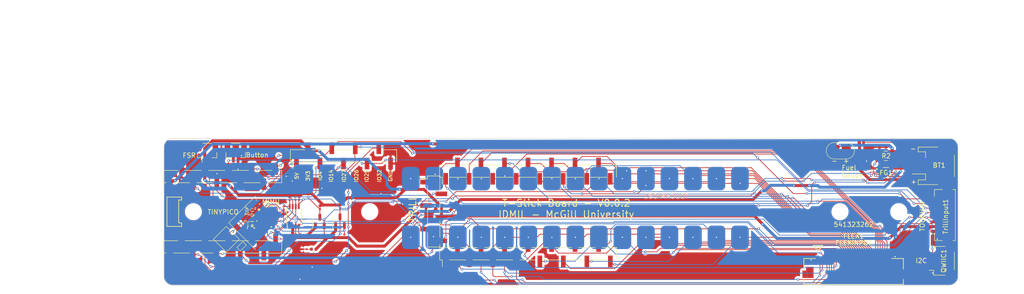
<source format=kicad_pcb>
(kicad_pcb (version 20221018) (generator pcbnew)
  (layers (0 "F.Cu" signal) (31 "B.Cu" signal) (34 "B.Paste" user) (35 "F.Paste" user) (36 "B.SilkS" user "B.Silkscreen") (37 "F.SilkS" user "F.Silkscreen") (38 "B.Mask" user) (39 "F.Mask" user) (44 "Edge.Cuts" user))
  (net 0 "")
  (net 1 "+BATT")
  (net 2 "GND")
  (net 3 "+3V3")
  (net 4 "/IO33")
  (net 5 "-BATT")
  (net 6 "CSP")
  (net 7 "/IO15")
  (net 8 "/IO25")
  (net 9 "/IO26")
  (net 10 "/IO27")
  (net 11 "/IO14")
  (net 12 "/IO4")
  (net 13 "/RST")
  (net 14 "/IO32")
  (net 15 "/SDA")
  (net 16 "/SCL")
  (net 17 "+1V8")
  (net 18 "/FG_CSN")
  (net 19 "Net-(LED1-K)")
  (net 24 "/IO5{slash}SS")
  (net 25 "/IO18{slash}SPICLK")
  (net 26 "/IO19{slash}MISO")
  (net 27 "/IO23{slash}MOSI")
  (net 35 "/IMU_INT")
  (net 43 "/LV_SCL")
  (net 44 "/LV_SDA")
  (net 45 "Net-(LED2-K)")
  (net 46 "/FG_INT")
  (net 47 "/LS_EN")
  (net 48 "/TOUCH10")
  (net 49 "/TOUCH11")
  (net 50 "/TOUCH12")
  (net 51 "/TOUCH13")
  (net 52 "/TOUCH14")
  (net 53 "/TOUCH15")
  (net 54 "/TOUCH16")
  (net 55 "/TOUCH17")
  (net 56 "/TOUCH18")
  (net 57 "/TOUCH19")
  (net 58 "/TOUCH20")
  (net 59 "/TOUCH21")
  (net 60 "/TOUCH22")
  (net 61 "/TOUCH23")
  (net 62 "/TOUCH24")
  (net 63 "/TOUCH25")
  (net 64 "/TOUCH26")
  (net 65 "/TOUCH27")
  (net 66 "/TOUCH28")
  (net 67 "/TOUCH29")
  (net 69 "/TOUCH00")
  (net 70 "/TOUCH01")
  (net 71 "/TOUCH02")
  (net 72 "/TOUCH03")
  (net 73 "/TOUCH04")
  (net 74 "/TOUCH05")
  (net 75 "/TOUCH06")
  (net 76 "/TOUCH07")
  (net 77 "/TOUCH08")
  (net 78 "/TOUCH09")
  (net 79 "+5V")
  (footprint "Resistor_SMD:R_0201_0603Metric" (layer "F.Cu") (at 62.23 91.52 -90)
    (fp_text reference "R3" hide)
    (fp_text value "10k")
  )
  (footprint "MountingHole:MountingHole_3.2mm_M3_DIN965" (layer "F.Cu") (at 72.0598 86.2716)
    (fp_text reference "H2" hide)
    (fp_text value "MountingHole")
  )
  (footprint "Connector_JST:JST_SHL_SM08B-SHLS-TF_1x08-1MP_P1.00mm_Horizontal" (layer "F.Cu") (at 195.4642 86.988 90)
    (fp_text reference "TrillInput1")
    (fp_text value "JST-SH 1x08 1.00mm" hide)
  )
  (footprint "MountingHole:MountingHole_3.2mm_M3_DIN965" (layer "F.Cu") (at 186.3598 86.2716)
    (fp_text reference "H3" hide)
    (fp_text value "MountingHole")
  )
  (footprint "LED_SMD:LED_0402_1005Metric" (layer "F.Cu") (at 59.9383 94.388)
    (fp_text reference "LED1" hide)
    (fp_text value "LED")
  )
  (footprint "Resistor_SMD:R_0201_0603Metric" (layer "F.Cu") (at 37.7231 78.8093)
    (fp_text reference "R1" hide)
    (fp_text value "1k")
  )
  (footprint "Resistor_SMD:R_0201_0603Metric" (layer "F.Cu") (at 57.07 91.52 -90)
    (fp_text reference "R5" hide)
    (fp_text value "2k2")
  )
  (footprint "MountingHole:MountingHole_3.2mm_M3_DIN965" (layer "F.Cu") (at 173.6598 86.2716)
    (fp_text reference "H4" hide)
    (fp_text value "MountingHole" hide)
  )
  (footprint "Package_TO_SOT_SMD:SOT-23" (layer "F.Cu") (at 65.63 88.3125 90)
    (fp_text reference "Q2" hide)
    (fp_text value "BSS138")
  )
  (footprint "ICM20948-footprints:QFN24_3X3X0P9_IVS" (layer "F.Cu") (at 50.5958 87.3377)
    (fp_text reference "IMU1" hide)
    (fp_text value "ICM-20948")
  )
  (footprint "Resistor_SMD:R_0201_0603Metric" (layer "F.Cu") (at 58.0633 94.388 180)
    (fp_text reference "R9" hide)
    (fp_text value "220")
  )
  (footprint "Connector_JST:JST_SH_SM04B-SRSS-TB_1x04-1MP_P1.00mm_Horizontal" (layer "F.Cu") (at 195.6642 96.888 90)
    (fp_text reference "QWIIC1")
    (fp_text value "JST-SH-1x04 1.0mm" hide)
  )
  (footprint "Connector_JST:JST_SH_BM02B-SRSS-TB_1x02-1MP_P1.00mm_Vertical" (layer "F.Cu") (at 36.9171 73.475)
    (fp_text reference "FSR1" hide)
    (fp_text value "JSTCONNECTOR")
  )
  (footprint "Connector_PinHeader_2.54mm:PinHeader_1x10_P2.54mm_Vertical_SMD_Pin1Left" (layer "F.Cu") (at 40.28 93.8823 -90)
    (fp_text reference "TINYPICOB1" hide)
    (fp_text value "Conn_01x10")
  )
  (footprint "Resistor_SMD:R_0201_0603Metric" (layer "F.Cu") (at 56.79 83.34 90)
    (fp_text reference "R13" hide)
    (fp_text value "2k2")
  )
  (footprint "Connector_JST:JST_SH_BM02B-SRSS-TB_1x02-1MP_P1.00mm_Vertical" (layer "F.Cu") (at 43.1 73.475)
    (fp_text reference "SW1" hide)
    (fp_text value "JSTCONNECTOR")
  )
  (footprint "Package_SO:TSSOP-8_3x3mm_P0.65mm" (layer "F.Cu") (at 55.74 87.28 90)
    (fp_text reference "U1" hide)
    (fp_text value "PCA9306DP")
  )
  (footprint "Resistor_SMD:R_0201_0603Metric" (layer "F.Cu") (at 66.58 91.52 -90)
    (fp_text reference "R11" hide)
    (fp_text value "10k")
  )
  (footprint "Resistor_SMD:R_0201_0603Metric" (layer "F.Cu") (at 54.76 83.415 90)
    (fp_text reference "R6" hide)
    (fp_text value "200k")
  )
  (footprint "Capacitor_SMD:C_0201_0603Metric" (layer "F.Cu") (at 53.46 85.44 -90)
    (fp_text reference "C3" hide)
    (fp_text value "0.1uF")
  )
  (footprint "Connector_PinHeader_2.54mm:PinHeader_1x15_P2.54mm_Vertical_SMD_Pin1Left" (layer "F.Cu") (at 106.2642 95.363 90)
    (fp_text reference "TOUCH1" hide)
    (fp_text value "Conn_01x15")
  )
  (footprint "Connector_PinHeader_2.54mm:PinHeader_1x15_P2.54mm_Vertical_SMD_Pin1Left" (layer "F.Cu") (at 106.2492 77.488 90)
    (fp_text reference "TOUCH2" hide)
    (fp_text value "Conn_01x15")
  )
  (footprint "Resistor_SMD:R_0201_0603Metric" (layer "F.Cu") (at 61.3 85.39 90)
    (fp_text reference "R4" hide)
    (fp_text value "10k")
  )
  (footprint "Capacitor_SMD:C_0201_0603Metric" (layer "F.Cu") (at 187.6392 78.313 -90)
    (fp_text reference "C1" hide)
    (fp_text value "0.1uF" hide)
  )
  (footprint "solderpads:SolderPad" (layer "F.Cu") (at 175.006 73.0758)
    (fp_text reference "PWR1" hide)
    (fp_text value "Conn_01x02" hide)
  )
  (footprint "Resistor_SMD:R_Shunt_Ohmite_LVK12" (layer "F.Cu") (at 183.5642 74.188 -90)
    (fp_text reference "R2")
    (fp_text value "Ohmite_LVK12 10m")
  )
  (footprint "Package_TO_SOT_SMD:SOT-23" (layer "F.Cu") (at 61.2725 88.39 90)
    (fp_text reference "Q1" hide)
    (fp_text value "BSS138")
  )
  (footprint "Connector_JST:JST_PH_S2B-PH-SM4-TB_1x02-1MP_P2.00mm_Horizontal" (layer "F.Cu") (at 193.8642 76.338 90)
    (fp_text reference "BT1")
    (fp_text value "JST-PH-1x02-2.000mm")
  )
  (footprint "Resistor_SMD:R_0201_0603Metric" (layer "F.Cu") (at 187.3642 73.163 -90)
    (fp_text reference "R10" hide)
    (fp_text value "10k")
  )
  (footprint "molex_ffc_footprints:CON_541323262_MOL" (layer "F.Cu") (at 176.5892 99.2)
    (fp_text reference "FLEX1")
    (fp_text value "Conn_01x32")
  )
  (footprint "MountingHole:MountingHole_3.2mm_M3_DIN965" (layer "F.Cu") (at 33.9598 86.2716)
    (fp_text reference "H1" hide)
    (fp_text value "MountingHole" hide)
  )
  (footprint "Resistor_SMD:R_0201_0603Metric" (layer "F.Cu") (at 56 83.34 90)
    (fp_text reference "R7" hide)
    (fp_text value "2k2")
  )
  (footprint "Resistor_SMD:R_0201_0603Metric" (layer "F.Cu") (at 56.04 91.52 -90)
    (fp_text reference "R8" hide)
    (fp_text value "2k2")
  )
  (footprint "Capacitor_SMD:C_0201_0603Metric" (layer "F.Cu") (at 186.3142 78.313 -90)
    (fp_text reference "C2" hide)
    (fp_text value "0.47uF")
  )
  (footprint "Connector_PinHeader_2.54mm:PinHeader_1x06_P2.54mm_Vertical_SMD_Pin1Left" (layer "F.Cu") (at 85.8792 86.218)
    (fp_text reference "TOUCH3" hide)
    (fp_text value "Conn_01x06")
  )
  (footprint "Resistor_SMD:R_0201_0603Metric" (layer "F.Cu") (at 65.65 85.17 90)
    (fp_text reference "R12" hide)
    (fp_text value "10k")
  )
  (footprint "LED_SMD:LED_0402_1005Metric" (layer "F.Cu") (at 178.2392 71.263 180)
    (fp_text reference "LED2" hide)
    (fp_text value "LED")
  )
  (footprint "Connector_PinHeader_2.54mm:PinHeader_1x09_P2.54mm_Vertical_SMD_Pin1Left" (layer "F.Cu") (at 66.3942 74.188 90)
    (fp_text reference "ANALOG1" hide)
    (fp_text value "Conn_01x09")
  )
  (footprint "Connector_PinHeader_2.54mm:PinHeader_1x10_P2.54mm_Vertical_SMD_Pin1Left" (layer "F.Cu") (at 40.28 78.6609 -90)
    (fp_text reference "TINYPICOA1" hide)
    (fp_text value "Conn_01x10")
  )
  (footprint "max17055-footprints:21-100013A_T102A2&plus_1C_MXM" (layer "F.Cu") (at 183.5978 77.838)
    (fp_text reference "FG1")
    (fp_text value "MAX17055ETB+T")
  )
  (footprint "touch-sensors:TOUCHSENSORPAD" (layer "B.Cu") (at 116.4842 85.463 180)
    (fp_text reference "TOUCHPADS1")
    (fp_text value "Conn_01x30")
  )
  (gr_arc (start 46.027083 86.965515) (mid 45.612732 86.723908) (end 46.01446 86.461847) (stroke (width 0.1016)) (layer "F.SilkS"))
  (gr_line (start 46.855 89.115) (end 46.465 89.495) (stroke (width 0.1016)) (layer "F.SilkS"))
  (gr_poly (pts (xy 46.938284 87.108799) (xy 47.138284 87.008799) (xy 46.938284 86.908799)) (stroke (width 0.1016)) (fill solid) (layer "F.SilkS"))
  (gr_line (start 45.287083 85.510515) (end 45.287083 85.320515) (stroke (width 0.1016)) (layer "F.SilkS"))
  (gr_poly (pts (xy 46.917853 86.12734) (xy 46.875 86.25) (xy 46.815 86.12)) (stroke (width 0.1016)) (fill solid) (layer "F.SilkS"))
  (gr_poly (pts (xy 46.901137 87.236139) (xy 46.858284 87.358799) (xy 46.798284 87.228799)) (stroke (width 0.1016)) (fill solid) (layer "F.SilkS"))
  (gr_line (start 47.127083 85.370515) (end 47.437083 85.370515) (stroke (width 0.1016)) (layer "F.SilkS"))
  (gr_line (start 44.995 88.625) (end 44.995 88.125) (stroke (width 0.1016)) (layer "F.SilkS"))
  (gr_poly (pts (xy 45.625 89.385) (xy 45.725 89.585) (xy 45.825 89.385)) (stroke (width 0.1016)) (fill solid) (layer "F.SilkS"))
  (gr_line (start 47.147083 85.740515) (end 47.478 85.740515) (stroke (width 0.1016)) (layer "F.SilkS"))
  (gr_line (start 45.375 88.125) (end 45.375 88.625) (stroke (width 0.1016)) (layer "F.SilkS"))
  (gr_line (start 48.3316 84.71) (end 48.1216 84.5) (stroke (width 0.1016)) (layer "F.SilkS"))
  (gr_line (start 43.8658 92.2274) (end 41.0718 89.4334) (stroke (width 0.1016)) (layer "F.SilkS"))
  (gr_line (start 41.5798 88.6714) (end 47.4218 94.5134) (stroke (width 0.1016)) (layer "F.SilkS"))
  (gr_line (start 41.0718 89.4334) (end 38.2778 92.2274) (stroke (width 0.1016)) (layer "F.SilkS"))
  (gr_line (start 46.985 89.635) (end 47.195 89.925) (stroke (width 0.1016)) (layer "F.SilkS"))
  (gr_line (start 47.147083 85.740515) (end 47.437083 85.370515) (stroke (width 0.1016)) (layer "F.SilkS"))
  (gr_line (start 47.4218 82.8294) (end 41.5798 88.6714) (stroke (width 0.1016)) (layer "F.SilkS"))
  (gr_line (start 48.1216 84.71) (end 48.3316 84.5) (stroke (width 0.1016)) (layer "F.SilkS"))
  (gr_line (start 46.027083 86.965515) (end 46.027083 86.755515) (stroke (width 0.1016)) (layer "F.SilkS"))
  (gr_line (start 38.2778 92.2274) (end 41.0718 95.0214) (stroke (width 0.1016)) (layer "F.SilkS"))
  (gr_arc (start 46.837853 86.18734) (mid 46.318272 85.848797) (end 46.914999 85.68) (stroke (width 0.1016)) (layer "F.SilkS"))
  (gr_line (start 30.7848 83.7316) (end 31.4198 83.7316) (stroke (width 0.15)) (layer "F.SilkS"))
  (gr_line (start 46.985 89.925) (end 46.985 89.635) (stroke (width 0.1016)) (layer "F.SilkS"))
  (gr_line (start 45.528284 86.073799) (end 45.528284 85.423799) (stroke (width 0.1016)) (layer "F.SilkS"))
  (gr_line (start 28.2448 83.0966) (end 28.2448 89.4466) (stroke (width 0.15)) (layer "F.SilkS"))
  (gr_line (start 43.3578 94.0054) (end 44.1198 94.7674) (stroke (width 0.1016)) (layer "F.SilkS"))
  (gr_line (start 28.2448 89.4466) (end 31.4198 89.4466) (stroke (width 0.15)) (layer "F.SilkS"))
  (gr_line (start 44.6278 92.7354) (end 43.3578 94.0054) (stroke (width 0.1016)) (layer "F.SilkS"))
  (gr_line (start 45.24428 86.470292) (end 45.017083 86.980515) (stroke (width 0.1016)) (layer "F.SilkS"))
  (gr_line (start 44.995 88.125) (end 45.185 88.315) (stroke (width 0.1016)) (layer "F.SilkS"))
  (gr_line (start 47.760654 88.375624) (end 47.550654 88.165624) (stroke (width 0.1016)) (layer "F.SilkS"))
  (gr_line (start 45.3898 93.4974) (end 44.6278 92.7354) (stroke (width 0.1016)) (layer "F.SilkS"))
  (gr_line (start 45.725 88.405) (end 46.725 88.405) (stroke (width 0.1016)) (layer "F.SilkS"))
  (gr_line (start 31.4198 88.6846) (end 30.7848 88.6846) (stroke (width 0.15)) (layer "F.SilkS"))
  (gr_line (start 31.4198 89.4466) (end 31.4198 88.8116) (stroke (width 0.15)) (layer "F.SilkS"))
  (gr_line (start 47.550654 88.375624) (end 47.760654 88.165624) (stroke (width 0.1016)) (layer "F.SilkS"))
  (gr_line (start 45.595 89.825) (end 45.705 89.715) (stroke (width 0.1016)) (layer "F.SilkS"))
  (gr_poly (pts (xy 45.628284 85.623799) (xy 45.528284 85.423799) (xy 45.428284 85.623799)) (stroke (width 0.1016)) (fill solid) (layer "F.SilkS"))
  (gr_line (start 44.1198 94.7674) (end 45.3898 93.4974) (stroke (width 0.1016)) (layer "F.SilkS"))
  (gr_line (start 46.455 89.135) (end 46.815 89.495) (stroke (width 0.1016)) (layer "F.SilkS"))
  (gr_line (start 47.195 89.925) (end 47.195 89.635) (stroke (width 0.1016)) (layer "F.SilkS"))
  (gr_circle (center 46.645 89.305) (end 46.865 89.145) (stroke (width 0.1016)) (fill none) (layer "F.SilkS"))
  (gr_line (start 31.4198 83.7316) (end 31.4198 83.0966) (stroke (width 0.15)) (layer "F.SilkS"))
  (gr_line (start 45.287083 85.320515) (end 45.177083 85.210515) (stroke (width 0.1016)) (layer "F.SilkS"))
  (gr_line (start 45.725 89.405) (end 45.725 88.405) (stroke (width 0.1016)) (layer "F.SilkS"))
  (gr_line (start 45.595 90.015) (end 45.595 89.825) (stroke (width 0.1016)) (layer "F.SilkS"))
  (gr_line (start 45.705 89.715) (end 45.595 89.825) (stroke (width 0.1016)) (layer "F.SilkS"))
  (gr_arc (start 45.815624 85.740946) (mid 45.47708 86.26054) (end 45.308284 85.6638) (stroke (width 0.1016)) (layer "F.SilkS"))
  (gr_line (start 45.24428 86.470292) (end 45.47428 86.980292) (stroke (width 0.1016)) (layer "F.SilkS"))
  (gr_line (start 31.4198 83.0966) (end 28.2448 83.0966) (stroke (width 0.15)) (layer "F.SilkS"))
  (gr_line (start 45.595 89.825) (end 45.485 89.715) (stroke (width 0.1016)) (layer "F.SilkS"))
  (gr_line (start 45.185 88.315) (end 45.375 88.125) (stroke (width 0.1016)) (layer "F.SilkS"))
  (gr_line (start 30.7848 88.6846) (end 30.7848 83.7316) (stroke (width 0.15)) (layer "F.SilkS"))
  (gr_line (start 45.097083 86.840515) (end 45.407083 86.840515) (stroke (width 0.1016)) (layer "F.SilkS"))
  (gr_line (start 46.027083 86.755515) (end 45.817083 86.755515) (stroke (width 0.1016)) (layer "F.SilkS"))
  (gr_arc (start 46.821137 87.296139) (mid 46.301582 86.9576) (end 46.898283 86.788799) (stroke (width 0.1016)) (layer "F.SilkS"))
  (gr_line (start 41.0718 95.0214) (end 43.8658 92.2274) (stroke (width 0.1016)) (layer "F.SilkS"))
  (gr_line (start 45.397083 85.210515) (end 45.287083 85.320515) (stroke (width 0.1016)) (layer "F.SilkS"))
  (gr_poly (pts (xy 45.755624 85.660946) (xy 45.878284 85.703799) (xy 45.748284 85.763799)) (stroke (width 0.1016)) (fill solid) (layer "F.SilkS"))
  (gr_circle (center 47.564517 83.734485) (end 47.564517 83.744485) (stroke (width 0.1016)) (fill none) (layer "F.SilkS"))
  (gr_poly (pts (xy 46.675 88.495) (xy 46.875 88.395) (xy 46.675 88.295)) (stroke (width 0.1016)) (fill solid) (layer "F.SilkS"))
  (gr_line (start 46.488284 87.008799) (end 47.138284 87.008799) (stroke (width 0.1016)) (layer "F.SilkS"))
  (gr_line (start 199.136 72.3192) (end 199.136 100.2592) (stroke (width 0.1)) (layer "Edge.Cuts"))
  (gr_arc (start 197.231 70.3966) (mid 198.581684 70.963361) (end 199.136 72.3192) (stroke (width 0.1)) (layer "Edge.Cuts"))
  (gr_line (start 197.231 70.3966) (end 29.5148 70.396581) (stroke (width 0.1)) (layer "Edge.Cuts"))
  (gr_arc (start 27.6098 72.301581) (mid 28.167761 70.954542) (end 29.5148 70.396581) (stroke (width 0.1)) (layer "Edge.Cuts"))
  (gr_arc (start 29.5148 102.146581) (mid 28.167759 101.588622) (end 27.6098 100.241581) (stroke (width 0.1)) (layer "Edge.Cuts"))
  (gr_line (start 27.6098 100.241581) (end 27.6098 72.301581) (stroke (width 0.1)) (layer "Edge.Cuts"))
  (gr_line (start 197.231 102.1466) (end 29.5148 102.146581) (stroke (width 0.1)) (layer "Edge.Cuts"))
  (gr_arc (start 199.136 100.2592) (mid 198.574394 101.597439) (end 197.231 102.1466) (stroke (width 0.1)) (layer "Edge.Cuts"))
  (gr_text "IO25" (at 71.87 80.002381 90) (layer "F.SilkS") (effects (font (size 0.8 0.8) (thickness 0.15) bold) (justify left bottom)))
  (gr_text "IO32" (at 74.61 80.002381 90) (layer "F.SilkS") (effects (font (size 0.8 0.8) (thickness 0.15) bold) (justify left bottom)))
  (gr_text "TOUCHIN" (at 192.03 90.63 90) (layer "F.SilkS") (effects (font (size 1 1)) (justify left bottom)))
  (gr_text "GND" (at 77.02 79.85 90) (layer "F.SilkS") (effects (font (size 0.8 0.8) (thickness 0.15) bold) (justify left bottom)))
  (gr_text "TRILL" (at 81.325 85.6 90) (layer "F.SilkS") (effects (font (size 1.524 1.524) (thickness 0.2032))))
  (gr_text "FLEXINPUT" (at 176.575 93.025) (layer "F.SilkS") (effects (font (size 1 1))))
  (gr_text "Button" (at 45.21 74.585) (layer "F.SilkS") (effects (font (size 1 1)) (justify left bottom)))
  (gr_text "IO14" (at 64.18 80.002381 90) (layer "F.SilkS") (effects (font (size 0.8 0.8) (thickness 0.15) bold) (justify left bottom)))
  (gr_text "FSR" (at 31.55 74.675) (layer "F.SilkS") (effects (font (size 1 1)) (justify left bottom)))
  (gr_text "TINYPICO" (at 40.375 86.325) (layer "F.SilkS") (effects (font (size 1 1))))
  (gr_text "+" (at 175 75.275) (layer "F.SilkS") (effects (font (size 1 1))))
  (gr_text "+" (at 189.575 79.775) (layer "F.SilkS") (effects (font (size 1 1))))
  (gr_text "5V" (at 56.75 79.354762 90) (layer "F.SilkS") (effects (font (size 0.8 0.8)) (justify left bottom)))
  (gr_text "-" (at 189.475 72.625) (layer "F.SilkS") (effects (font (size 1 1))))
  (gr_text "T-Stick Board - V0.0.2\nIDMIL - McGill University" (at 114.525 85.625) (layer "F.SilkS") (effects (font (size 1.524 1.524) (thickness 0.2032))))
  (gr_text "IO27" (at 66.98 80.002381 90) (layer "F.SilkS") (effects (font (size 0.8 0.8) (thickness 0.15) bold) (justify left bottom)))
  (gr_text "MIMU" (at 48.7 84.75) (layer "F.SilkS") (effects (font (size 1 1)) (justify left bottom)))
  (gr_text "Fuel\nGauge" (at 173.925 78.925) (layer "F.SilkS") (effects (font (size 1 1)) (justify left bottom)))
  (gr_text "3V3" (at 59.18 79.735714 90) (layer "F.SilkS") (effects (font (size 0.8 0.8) (thickness 0.15) bold) (justify left bottom)))
  (gr_text "I2C" (at 189.9 97.45) (layer "F.SilkS") (effects (font (size 1 1)) (justify left bottom)))
  (gr_text "IO26" (at 69.64 80.002381 90) (layer "F.SilkS") (effects (font (size 0.8 0.8) (thickness 0.15) bold) (justify left bottom)))
  (gr_text "-" (at 172.475 75.275) (layer "F.SilkS") (effects (font (size 1 1))))
  (gr_text "IO4" (at 61.82 79.621428 90) (layer "F.SilkS") (effects (font (size 0.8 0.8) (thickness 0.15) bold) (justify left bottom)))
  (segment (start 191.0142 77.338) (end 190.510007 76.833807) (width 0.635) (layer "F.Cu") (net 1))
  (segment (start 168.7562 75.525) (end 164.8392 71.608) (width 0.635) (layer "F.Cu") (net 1))
  (segment (start 178.338976 77.586024) (end 177.8827 77.129748) (width 0.635) (layer "F.Cu") (net 1))
  (segment (start 189.0427 79.3095) (end 180.062452 79.3095) (width 0.635) (layer "F.Cu") (net 1))
  (segment (start 177.563976 76.811024) (end 175.006 74.253048) (width 0.635) (layer "F.Cu") (net 1))
  (segment (start 190.3957 77.9565) (end 187.6392 77.9565) (width 0.635) (layer "F.Cu") (net 1))
  (segment (start 177.8827 77.129748) (end 177.8827 71.263) (width 0.635) (layer "F.Cu") (net 1))
  (segment (start 190.510007 76.833807) (end 184.844894 76.833807) (width 0.635) (layer "F.Cu") (net 1))
  (segment (start 191.0142 77.338) (end 189.0427 79.3095) (width 0.635) (layer "F.Cu") (net 1))
  (segment (start 180.062452 79.3095) (end 178.338976 77.586024) (width 0.635) (layer "F.Cu") (net 1))
  (segment (start 178.338976 77.586024) (end 177.563976 76.811024) (width 0.635) (layer "F.Cu") (net 1))
  (segment (start 85.7142 71.608) (end 85.7142 71.558) (width 0.635) (layer "F.Cu") (net 1))
  (segment (start 168.7562 75.525) (end 176.277952 75.525) (width 0.635) (layer "F.Cu") (net 1))
  (segment (start 177.563976 76.811024) (end 176.277952 75.525) (width 0.635) (layer "F.Cu") (net 1))
  (segment (start 30.004672 79.579672) (end 29.586228 79.579672) (width 0.635) (layer "F.Cu") (net 1))
  (segment (start 191.0142 77.338) (end 190.3957 77.9565) (width 0.635) (layer "F.Cu") (net 1))
  (segment (start 175.006 74.253048) (end 175.006 73.0758) (width 0.635) (layer "F.Cu") (net 1))
  (segment (start 164.8392 71.608) (end 85.7142 71.608) (width 0.635) (layer "F.Cu") (net 1))
  (segment (start 184.844894 76.833807) (end 184.7892 76.889501) (width 0.635) (layer "F.Cu") (net 1))
  (segment (start 29.586228 79.579672) (end 28.85 80.3159) (width 0.635) (layer "F.Cu") (net 1))
  (via (at 85.7142 71.558) (size 0.508) (drill 0.254) (layers "F.Cu" "B.Cu") (net 1))
  (via (at 30.004672 79.579672) (size 0.508) (drill 0.254) (layers "F.Cu" "B.Cu") (net 1))
  (segment (start 68.899328 71.558) (end 85.7142 71.558) (width 0.635) (layer "B.Cu") (net 1))
  (segment (start 37.959343 71.625) (end 68.832328 71.625) (width 0.635) (layer "B.Cu") (net 1))
  (segment (start 68.832328 71.625) (end 68.899328 71.558) (width 0.635) (layer "B.Cu") (net 1))
  (segment (start 30.004672 79.579672) (end 37.959343 71.625) (width 0.635) (layer "B.Cu") (net 1))
  (segment (start 184.847993 96.702007) (end 184.435716 96.702007) (width 0.635) (layer "F.Cu") (net 2))
  (segment (start 76.53 75.875) (end 76.47 75.935) (width 0.1524) (layer "F.Cu") (net 2))
  (segment (start 86.026 84.948) (end 84.2242 84.948) (width 0.1524) (layer "F.Cu") (net 2))
  (segment (start 38.0431 78.8093) (end 38.3157 78.8093) (width 0.1524) (layer "F.Cu") (net 2))
  (segment (start 45.1722 78.65) (end 43.6147 77.0925) (width 0.1524) (layer "F.Cu") (net 2))
  (segment (start 53.46 85.76) (end 53.46 88.875) (width 0.1524) (layer "F.Cu") (net 2))
  (segment (start 38.3157 78.8093) (end 39.075 78.05) (width 0.1524) (layer "F.Cu") (net 2))
  (segment (start 56.9 81.2) (end 55.325 79.625) (width 0.1524) (layer "F.Cu") (net 2))
  (segment (start 51.4283 89.9967) (end 51.4908 90.0592) (width 0.1524) (layer "F.Cu") (net 2))
  (segment (start 52.1174 86.337699) (end 52.882301 86.337699) (width 0.1524) (layer "F.Cu") (net 2))
  (segment (start 31.39 79.265) (end 31.35 79.225) (width 0.1524) (layer "F.Cu") (net 2))
  (segment (start 31.39 79.415) (end 31.39 79.265) (width 0.1524) (layer "F.Cu") (net 2))
  (segment (start 51.4908 90.0592) (end 52.540207 90.0592) (width 0.1524) (layer "F.Cu") (net 2))
  (segment (start 51.4283 89.9967) (end 51.195799 89.764199) (width 0.1524) (layer "F.Cu") (net 2))
  (segment (start 53.9917 78.65) (end 45.1722 78.65) (width 0.1524) (layer "F.Cu") (net 2))
  (segment (start 53.46 89.139407) (end 53.46 88.875) (width 0.1524) (layer "F.Cu") (net 2))
  (segment (start 51.2517 85.28) (end 51.8908 85.28) (width 0.1524) (layer "F.Cu") (net 2))
  (segment (start 51.195799 85.8161) (end 51.195799 85.335901) (width 0.1524) (layer "F.Cu") (net 2))
  (segment (start 44.35 74.15) (end 44.0897 74.15) (width 0.1524) (layer "F.Cu") (net 2))
  (segment (start 86.1 85.022) (end 86.026 84.948) (width 0.1524) (layer "F.Cu") (net 2))
  (segment (start 79.14 84.63) (end 79.458 84.948) (width 0.1524) (layer "F.Cu") (net 2))
  (segment (start 79.458 84.948) (end 84.2242 84.948) (width 0.1524) (layer "F.Cu") (net 2))
  (segment (start 167.425 96.7) (end 167.45 96.675) (width 0.635) (layer "F.Cu") (net 2))
  (segment (start 52.540207 90.0592) (end 53.46 89.139407) (width 0.1524) (layer "F.Cu") (net 2))
  (segment (start 167.45 96.675) (end 168.715707 96.675) (width 0.635) (layer "F.Cu") (net 2))
  (segment (start 51.195799 85.335901) (end 51.2517 85.28) (width 0.1524) (layer "F.Cu") (net 2))
  (segment (start 54.03335 78.60835) (end 53.9917 78.65) (width 0.1524) (layer "F.Cu") (net 2))
  (segment (start 54.75335 89.44165) (end 54.765 89.43) (width 0.1524) (layer "F.Cu") (net 2))
  (segment (start 51.8908 85.28) (end 52.1174 85.5066) (width 0.1524) (layer "F.Cu") (net 2))
  (segment (start 52.1174 85.5066) (end 52.1174 86.337699) (width 0.1524) (layer "F.Cu") (net 2))
  (segment (start 185.7442 95.8058) (end 185.7442 91.728) (width 0.635) (layer "F.Cu") (net 2))
  (segment (start 44.0897 74.15) (end 43.6147 74.625) (width 0.1524) (layer "F.Cu") (net 2))
  (segment (start 51.195799 89.764199) (end 51.195799 88.8593) (width 0.1524) (layer "F.Cu") (net 2))
  (segment (start 168.715707 96.675) (end 168.742714 96.702007) (width 0.635) (layer "F.Cu") (net 2))
  (segment (start 52.882301 86.337699) (end 53.46 85.76) (width 0.1524) (layer "F.Cu") (net 2))
  (segment (start 185.55 96) (end 184.847993 96.702007) (width 0.635) (layer "F.Cu") (net 2))
  (segment (start 61.72 81.2) (end 56.9 81.2) (width 0.1524) (layer "F.Cu") (net 2))
  (segment (start 54.24165 89.44165) (end 54.75335 89.44165) (width 0.1524) (layer "F.Cu") (net 2))
  (segment (start 185.55 96) (end 185.7442 95.8058) (width 0.635) (layer "F.Cu") (net 2))
  (via (at 86.1 85.022) (size 0.508) (drill 0.254) (layers "F.Cu" "B.Cu") (net 2))
  (via (at 185.7442 91.728) (size 0.508) (drill 0.254) (layers "F.Cu" "B.Cu") (net 2))
  (via (at 79.14 84.63) (size 0.508) (drill 0.254) (layers "F.Cu" "B.Cu") (net 2))
  (via (at 54.03335 78.60835) (size 0.508) (drill 0.254) (layers "F.Cu" "B.Cu") (net 2))
  (via (at 51.4283 89.9967) (size 0.508) (drill 0.254) (layers "F.Cu" "B.Cu") (net 2))
  (via (at 167.425 96.7) (size 0.508) (drill 0.254) (layers "F.Cu" "B.Cu") (net 2))
  (via (at 54.24165 89.44165) (size 0.508) (drill 0.254) (layers "F.Cu" "B.Cu") (net 2))
  (via (at 39.075 78.05) (size 0.508) (drill 0.254) (layers "F.Cu" "B.Cu") (net 2))
  (via (at 193.6642 99.55) (size 0.508) (drill 0.254) (layers "F.Cu" "B.Cu") (net 2))
  (via (at 57 100.875) (size 0.508) (drill 0.254) (layers "F.Cu" "B.Cu") (net 2))
  (via (at 31.35 79.225) (size 0.508) (drill 0.254) (layers "F.Cu" "B.Cu") (net 2))
  (via (at 179.4 75.325) (size 0.508) (drill 0.254) (layers "F.Cu" "B.Cu") (net 2))
  (via (at 55.325 79.625) (size 0.508) (drill 0.254) (layers "F.Cu" "B.Cu") (net 2))
  (via (at 194.6743 92.2) (size 0.508) (drill 0.254) (layers "F.Cu" "B.Cu") (net 2))
  (via (at 44.35 74.15) (size 0.508) (drill 0.254) (layers "F.Cu" "B.Cu") (net 2))
  (via (at 61.72 81.2) (size 0.508) (drill 0.254) (layers "F.Cu" "B.Cu") (net 2))
  (via (at 74.5142 82.40286) (size 0.508) (drill 0.254) (layers "F.Cu" "B.Cu") (net 2))
  (via (at 185.55 96) (size 0.508) (drill 0.254) (layers "F.Cu" "B.Cu") (net 2))
  (via (at 43.6147 77.0925) (size 0.508) (drill 0.254) (layers "F.Cu" "B.Cu") (net 2))
  (via (at 59.625 98.25) (size 0.508) (drill 0.254) (layers "F.Cu" "B.Cu") (net 2))
  (via (at 53.46 88.875) (size 0.508) (drill 0.254) (layers "F.Cu" "B.Cu") (net 2))
  (segment (start 54.24165 89.44165) (end 53.76665 89.44165) (width 0.1524) (layer "B.Cu") (net 2))
  (segment (start 35.955 78.775) (end 35.255 79.475) (width 0.1524) (layer "B.Cu") (net 2))
  (segment (start 61.72 81.2) (end 70.3662 81.2) (width 0.1524) (layer "B.Cu") (net 2))
  (segment (start 185.7442 91.728) (end 184.4662 90.45) (width 0.635) (layer "B.Cu") (net 2))
  (segment (start 39.075 78.05) (end 38.35 78.775) (width 0.1524) (layer "B.Cu") (net 2))
  (segment (start 70.3662 81.2) (end 71.56906 82.40286) (width 0.1524) (layer "B.Cu") (net 2))
  (segment (start 35.255 79.475) (end 31.6 79.475) (width 0.1524) (layer "B.Cu") (net 2))
  (segment (start 40.0325 77.0925) (end 43.6147 77.0925) (width 0.1524) (layer "B.Cu") (net 2))
  (segment (start 71.56906 82.40286) (end 74.5142 82.40286) (width 0.1524) (layer "B.Cu") (net 2))
  (segment (start 160.52 90.45) (end 182.018 90.45) (width 0.635) (layer "B.Cu") (net 2))
  (segment (start 54.30835 78.60835) (end 55.325 79.625) (width 0.1524) (layer "B.Cu") (net 2))
  (segment (start 86.1 85.022) (end 155.092 85.022) (width 0.635) (layer "B.Cu") (net 2))
  (segment (start 31.6 79.475) (end 31.35 79.225) (width 0.1524) (layer "B.Cu") (net 2))
  (segment (start 76.91286 82.40286) (end 74.5142 82.40286) (width 0.1524) (layer "B.Cu") (net 2))
  (segment (start 53.46 89.135) (end 53.46 88.875) (width 0.1524) (layer "B.Cu") (net 2))
  (segment (start 155.092 85.022) (end 160.52 90.45) (width 0.635) (layer "B.Cu") (net 2))
  (segment (start 39.075 78.05) (end 40.0325 77.0925) (width 0.1524) (layer "B.Cu") (net 2))
  (segment (start 184.4662 90.45) (end 182.291857 90.45) (width 0.635) (layer "B.Cu") (net 2))
  (segment (start 53.76665 89.44165) (end 53.46 89.135) (width 0.1524) (layer "B.Cu") (net 2))
  (segment (start 54.03335 78.60835) (end 54.30835 78.60835) (width 0.1524) (layer "B.Cu") (net 2))
  (segment (start 79.14 84.63) (end 76.91286 82.40286) (width 0.1524) (layer "B.Cu") (net 2))
  (segment (start 59.625 98.25) (end 57 100.875) (width 0.635) (layer "B.Cu") (net 2))
  (segment (start 38.35 78.775) (end 35.955 78.775) (width 0.1524) (layer "B.Cu") (net 2))
  (segment (start 77.87576 83.24) (end 67.2235 83.24) (width 0.635) (layer "F.Cu") (net 3))
  (segment (start 192.4427 90.365922) (end 192.4427 96.785078) (width 0.635) (layer "F.Cu") (net 3))
  (segment (start 36.4171 72.59) (end 38.0786 70.9285) (width 0.635) (layer "F.Cu") (net 3))
  (segment (start 57.16 82.65) (end 56.8505 82.9595) (width 0.635) (layer "F.Cu") (net 3))
  (segment (start 192.4427 96.785078) (end 193.045622 97.388) (width 0.635) (layer "F.Cu") (net 3))
  (segment (start 57.39 82.3595) (end 56.79 82.9595) (width 0.635) (layer "F.Cu") (net 3))
  (segment (start 53.97 87.76) (end 55.415 86.315) (width 0.1524) (layer "F.Cu") (net 3))
  (segment (start 193.045622 97.388) (end 193.6642 97.388) (width 0.635) (layer "F.Cu") (net 3))
  (segment (start 57.16 82.65) (end 55.1685 82.65) (width 0.635) (layer "F.Cu") (net 3))
  (segment (start 59.2912 73.05) (end 58.7742 72.533) (width 0.635) (layer "F.Cu") (net 3))
  (segment (start 38.0786 70.9285) (end 57.1697 70.9285) (width 0.635) (layer "F.Cu") (net 3))
  (segment (start 41.9 80.7739) (end 43.7761 82.65) (width 0.635) (layer "F.Cu") (net 3))
  (segment (start 67.2235 83.24) (end 65.65 84.8135) (width 0.635) (layer "F.Cu") (net 3))
  (segment (start 52.855636 88.337701) (end 52.1174 88.337701) (width 0.1524) (layer "F.Cu") (net 3))
  (segment (start 36.4171 74.8) (end 36.4171 72.59) (width 0.635) (layer "F.Cu") (net 3))
  (segment (start 186.862 89.488) (end 184.44 91.91) (width 0.635) (layer "F.Cu") (net 3))
  (segment (start 193.320622 89.488) (end 192.4427 90.365922) (width 0.635) (layer "F.Cu") (net 3))
  (segment (start 55.1685 82.65) (end 54.76 83.0585) (width 0.635) (layer "F.Cu") (net 3))
  (segment (start 79.67 81.44576) (end 77.87576 83.24) (width 0.635) (layer "F.Cu") (net 3))
  (segment (start 58.7742 72.533) (end 58.7742 72.7057) (width 0.635) (layer "F.Cu") (net 3))
  (segment (start 57.1697 70.9285) (end 58.7742 72.533) (width 0.635) (layer "F.Cu") (net 3))
  (segment (start 87.5342 85.1842) (end 87.5342 87.488) (width 0.635) (layer "F.Cu") (net 3))
  (segment (start 193.7892 89.488) (end 186.862 89.488) (width 0.635) (layer "F.Cu") (net 3))
  (segment (start 193.7892 89.488) (end 193.320622 89.488) (width 0.635) (layer "F.Cu") (net 3))
  (segment (start 78.55 81.44576) (end 79.67 81.44576) (width 0.635) (layer "F.Cu") (net 3))
  (segment (start 56.8505 82.9595) (end 56.79 82.9595) (width 0.635) (layer "F.Cu") (net 3))
  (segment (start 83.79576 81.44576) (end 87.5342 85.1842) (width 0.635) (layer "F.Cu") (net 3))
  (segment (start 36.47 79.415) (end 36.4171 79.3621) (width 0.635) (layer "F.Cu") (net 3))
  (segment (start 55.415 83.728382) (end 54.781618 83.095) (width 0.1524) (layer "F.Cu") (net 3))
  (segment (start 61.99 84.8135) (end 59.536 82.3595) (width 0.635) (layer "F.Cu") (net 3))
  (segment (start 61.99 84.8135) (end 61.52 84.8135) (width 0.635) (layer "F.Cu") (net 3))
  (segment (start 61.52 84.8135) (end 61.3 85.0335) (width 0.635) (layer "F.Cu") (net 3))
  (segment (start 55.415 85.13) (end 55.415 83.728382) (width 0.1524) (layer "F.Cu") (net 3))
  (segment (start 55.415 86.315) (end 55.415 85.13) (width 0.1524) (layer "F.Cu") (net 3))
  (segment (start 65.65 84.8135) (end 61.99 84.8135) (width 0.635) (layer "F.Cu") (net 3))
  (segment (start 57.39 82.42) (end 57.16 82.65) (width 0.635) (layer "F.Cu") (net 3))
  (segment (start 156.94 88.95) (end 155.1773 87.1873) (width 0.635) (layer "F.Cu") (net 3))
  (segment (start 79.67 81.44576) (end 83.79576 81.44576) (width 0.635) (layer "F.Cu") (net 3))
  (segment (start 57.39 82.3595) (end 57.39 82.42) (width 0.635) (layer "F.Cu") (net 3))
  (segment (start 54.781618 83.095) (end 54.76 83.095) (width 0.1524) (layer "F.Cu") (net 3))
  (segment (start 52.875 88.318337) (end 52.855636 88.337701) (width 0.1524) (layer "F.Cu") (net 3))
  (segment (start 43.7761 82.65) (end 55.1685 82.65) (width 0.635) (layer "F.Cu") (net 3))
  (segment (start 61.075 73.05) (end 59.2912 73.05) (width 0.635) (layer "F.Cu") (net 3))
  (segment (start 59.536 82.3595) (end 57.39 82.3595) (width 0.635) (layer "F.Cu") (net 3))
  (segment (start 36.4171 79.3621) (end 36.4171 74.8) (width 0.635) (layer "F.Cu") (net 3))
  (segment (start 87.8349 87.1873) (end 87.5342 87.488) (width 0.635) (layer "F.Cu") (net 3))
  (segment (start 155.1773 87.1873) (end 87.8349 87.1873) (width 0.635) (layer "F.Cu") (net 3))
  (via (at 41.9 80.7739) (size 0.508) (drill 0.254) (layers "F.Cu" "B.Cu") (net 3))
  (via (at 156.94 88.95) (size 0.508) (drill 0.254) (layers "F.Cu" "B.Cu") (net 3))
  (via (at 184.44 91.91) (size 0.508) (drill 0.254) (layers "F.Cu" "B.Cu") (net 3))
  (via (at 36.47 79.415) (size 0.508) (drill 0.254) (layers "F.Cu" "B.Cu") (net 3))
  (via (at 53.97 87.76) (size 0.508) (drill 0.254) (layers "F.Cu" "B.Cu") (net 3))
  (via (at 78.55 81.44576) (size 0.508) (drill 0.254) (layers "F.Cu" "B.Cu") (net 3))
  (via (at 52.875 88.318337) (size 0.508) (drill 0.254) (layers "F.Cu" "B.Cu") (net 3))
  (via (at 61.075 73.05) (size 0.508) (drill 0.254) (layers "F.Cu" "B.Cu") (net 3))
  (segment (start 41.1238 79.9977) (end 37.0527 79.9977) (width 0.635) (layer "B.Cu") (net 3))
  (segment (start 75.79 80.494457) (end 76.677303 81.38176) (width 0.635) (layer "B.Cu") (net 3))
  (segment (start 184.44 91.91) (end 184.2995 92.0505) (width 0.635) (layer "B.Cu") (net 3))
  (segment (start 37.0527 79.9977) (end 36.47 79.415) (width 0.635) (layer "B.Cu") (net 3))
  (segment (start 75.79 79.168143) (end 75.79 80.494457) (width 0.635) (layer "B.Cu") (net 3))
  (segment (start 52.875 88.318337) (end 53.411663 88.318337) (width 0.1524) (layer "B.Cu") (net 3))
  (segment (start 76.677303 81.38176) (end 78.55 81.38176) (width 0.635) (layer "B.Cu") (net 3))
  (segment (start 184.2995 92.0505) (end 160.0405 92.0505) (width 0.635) (layer "B.Cu") (net 3))
  (segment (start 53.411663 88.318337) (end 53.97 87.76) (width 0.1524) (layer "B.Cu") (net 3))
  (segment (start 41.9 80.7739) (end 41.1238 79.9977) (width 0.635) (layer "B.Cu") (net 3))
  (segment (start 71.564957 74.9431) (end 75.79 79.168143) (width 0.635) (layer "B.Cu") (net 3))
  (segment (start 160.0405 92.0505) (end 156.94 88.95) (width 0.635) (layer "B.Cu") (net 3))
  (segment (start 62.9681 74.9431) (end 71.564957 74.9431) (width 0.635) (layer "B.Cu") (net 3))
  (segment (start 61.075 73.05) (end 62.9681 74.9431) (width 0.635) (layer "B.Cu") (net 3))
  (segment (start 37.4031 78.8093) (end 37.4171 78.7953) (width 0.1524) (layer "F.Cu") (net 4))
  (segment (start 37.4031 78.8093) (end 37.4031 80.4781) (width 0.1524) (layer "F.Cu") (net 4))
  (segment (start 38.1898 81.2648) (end 38.1898 82.7898) (width 0.1524) (layer "F.Cu") (net 4))
  (segment (start 38.1898 82.7898) (end 46.63 91.23) (width 0.1524) (layer "F.Cu") (net 4))
  (segment (start 37.4171 78.7953) (end 37.4171 74.625) (width 0.1524) (layer "F.Cu") (net 4))
  (segment (start 37.4031 80.4781) (end 38.1898 81.2648) (width 0.1524) (layer "F.Cu") (net 4))
  (segment (start 191.0142 75.338) (end 189.1957 73.5195) (width 0.635) (layer "F.Cu") (net 5))
  (segment (start 184.9392 72.5642) (end 184.9392 73.488) (width 0.635) (layer "F.Cu") (net 5))
  (segment (start 184.9707 73.5195) (end 184.9392 73.488) (width 0.635) (layer "F.Cu") (net 5))
  (segment (start 189.1957 73.5195) (end 184.9707 73.5195) (width 0.635) (layer "F.Cu") (net 5))
  (segment (start 173.6668 71.875) (end 172.466 73.0758) (width 0.635) (layer "F.Cu") (net 5))
  (via (at 184.9392 72.5642) (size 0.508) (drill 0.254) (layers "F.Cu" "B.Cu") (net 5))
  (via (at 173.6668 71.875) (size 0.508) (drill 0.254) (layers "F.Cu" "B.Cu") (net 5))
  (segment (start 184.25 71.875) (end 184.9392 72.5642) (width 0.635) (layer "B.Cu") (net 5))
  (segment (start 173.6668 71.875) (end 184.25 71.875) (width 0.635) (layer "B.Cu") (net 5))
  (segment (start 184.181603 78.638001) (end 182.981603 77.438001) (width 0.1524) (layer "F.Cu") (net 6))
  (segment (start 183.5978 76.2294) (end 183.5978 77.838) (width 0.1524) (layer "F.Cu") (net 6))
  (segment (start 184.9392 74.888) (end 183.5978 76.2294) (width 0.1524) (layer "F.Cu") (net 6))
  (segment (start 184.7892 78.638001) (end 184.181603 78.638001) (width 0.1524) (layer "F.Cu") (net 6))
  (segment (start 182.981603 77.438001) (end 182.4064 77.438001) (width 0.1524) (layer "F.Cu") (net 6))
  (segment (start 184.7892 78.638001) (end 187.634199 78.638001) (width 0.1524) (layer "F.Cu") (net 6))
  (segment (start 187.634199 78.638001) (end 187.6392 78.633) (width 0.1524) (layer "F.Cu") (net 6))
  (segment (start 42.6147 78.8406) (end 42.6147 74.625) (width 0.1524) (layer "F.Cu") (net 7))
  (segment (start 44.09 80.3159) (end 42.6147 78.8406) (width 0.1524) (layer "F.Cu") (net 7))
  (segment (start 190.3392 84.483) (end 190.3442 84.488) (width 0.1524) (layer "F.Cu") (net 8))
  (segment (start 52.75 76.225) (end 52.4909 76.225) (width 0.1524) (layer "F.Cu") (net 8))
  (segment (start 190.3442 84.488) (end 193.7892 84.488) (width 0.1524) (layer "F.Cu") (net 8))
  (segment (start 52.4909 76.225) (end 51.71 77.0059) (width 0.1524) (layer "F.Cu") (net 8))
  (segment (start 70.4 75.825) (end 70.418 75.843) (width 0.1524) (layer "F.Cu") (net 8))
  (segment (start 74.7042 75.843) (end 75.4892 75.058) (width 0.1524) (layer "F.Cu") (net 8))
  (segment (start 189.6392 84.483) (end 190.3392 84.483) (width 0.1524) (layer "F.Cu") (net 8))
  (segment (start 70.418 75.843) (end 74.7042 75.843) (width 0.1524) (layer "F.Cu") (net 8))
  (via (at 70.4 75.825) (size 0.508) (drill 0.254) (layers "F.Cu" "B.Cu") (net 8))
  (via (at 52.75 76.225) (size 0.508) (drill 0.254) (layers "F.Cu" "B.Cu") (net 8))
  (via (at 189.6392 84.483) (size 0.508) (drill 0.254) (layers "F.Cu" "B.Cu") (net 8))
  (via (at 75.4892 75.058) (size 0.508) (drill 0.254) (layers "F.Cu" "B.Cu") (net 8))
  (segment (start 186.98 81.8238) (end 186.398993 81.8238) (width 0.1524) (layer "B.Cu") (net 8))
  (segment (start 160.01624 75.058) (end 75.4892 75.058) (width 0.1524) (layer "B.Cu") (net 8))
  (segment (start 186.389793 81.833) (end 166.79124 81.833) (width 0.1524) (layer "B.Cu") (net 8))
  (segment (start 186.398993 81.8238) (end 186.389793 81.833) (width 0.1524) (layer "B.Cu") (net 8))
  (segment (start 53.5092 75.4658) (end 52.75 76.225) (width 0.1524) (layer "B.Cu") (net 8))
  (segment (start 70.4 75.825) (end 70.0408 75.4658) (width 0.1524) (layer "B.Cu") (net 8))
  (segment (start 166.79124 81.833) (end 160.01624 75.058) (width 0.1524) (layer "B.Cu") (net 8))
  (segment (start 189.6392 84.483) (end 186.98 81.8238) (width 0.1524) (layer "B.Cu") (net 8))
  (segment (start 70.0408 75.4658) (end 53.5092 75.4658) (width 0.1524) (layer "B.Cu") (net 8))
  (segment (start 192.1142 85.508) (end 192.1342 85.488) (width 0.1524) (layer "F.Cu") (net 9))
  (segment (start 192.1342 85.488) (end 193.7892 85.488) (width 0.1524) (layer "F.Cu") (net 9))
  (segment (start 49.17 80.575) (end 50.275 81.68) (width 0.1524) (layer "F.Cu") (net 9))
  (segment (start 68.85 72.625) (end 68.85 75.5604) (width 0.1524) (layer "F.Cu") (net 9))
  (segment (start 68.85 75.5604) (end 62.7304 81.68) (width 0.1524) (layer "F.Cu") (net 9))
  (segment (start 50.275 81.68) (end 62.7304 81.68) (width 0.1524) (layer "F.Cu") (net 9))
  (segment (start 69.179492 72.287708) (end 68.9342 72.533) (width 0.1524) (layer "F.Cu") (net 9))
  (segment (start 49.17 80.3159) (end 49.17 80.575) (width 0.1524) (layer "F.Cu") (net 9))
  (segment (start 70.175 72.287708) (end 69.179492 72.287708) (width 0.1524) (layer "F.Cu") (net 9))
  (via (at 70.175 72.287708) (size 0.508) (drill 0.254) (layers "F.Cu" "B.Cu") (net 9))
  (via (at 192.1142 85.508) (size 0.508) (drill 0.254) (layers "F.Cu" "B.Cu") (net 9))
  (segment (start 186.273233 81.5516) (end 186.282433 81.5424) (width 0.1524) (layer "B.Cu") (net 9))
  (segment (start 70.175 72.287708) (end 80.568315 72.287708) (width 0.1524) (layer "B.Cu") (net 9))
  (segment (start 188.1486 81.5424) (end 192.1142 85.508) (width 0.1524) (layer "B.Cu") (net 9))
  (segment (start 158.7078 73.3516) (end 166.9078 81.5516) (width 0.1524) (layer "B.Cu") (net 9))
  (segment (start 80.568315 72.287708) (end 81.632207 73.3516) (width 0.1524) (layer "B.Cu") (net 9))
  (segment (start 166.9078 81.5516) (end 186.273233 81.5516) (width 0.1524) (layer "B.Cu") (net 9))
  (segment (start 81.632207 73.3516) (end 158.7078 73.3516) (width 0.1524) (layer "B.Cu") (net 9))
  (segment (start 186.282433 81.5424) (end 188.1486 81.5424) (width 0.1524) (layer "B.Cu") (net 9))
  (segment (start 47.75 77.0059) (end 46.63 77.0059) (width 0.1524) (layer "F.Cu") (net 10))
  (segment (start 65.2 76.775) (end 65.2 76.8) (width 0.1524) (layer "F.Cu") (net 10))
  (segment (start 85.858 82.408) (end 87.5342 82.408) (width 0.1524) (layer "F.Cu") (net 10))
  (segment (start 66.157 75.843) (end 66.3942 75.843) (width 0.1524) (layer "F.Cu") (net 10))
  (segment (start 64.75 77.25) (end 63.7158 78.2842) (width 0.1524) (layer "F.Cu") (net 10))
  (segment (start 64.75 77.25) (end 66.157 75.843) (width 0.1524) (layer "F.Cu") (net 10))
  (segment (start 55.0062 78.2842) (end 54.1817 79.1087) (width 0.1524) (layer "F.Cu") (net 10))
  (segment (start 65.2 76.8) (end 64.75 77.25) (width 0.1524) (layer "F.Cu") (net 10))
  (segment (start 63.7158 78.2842) (end 55.0062 78.2842) (width 0.1524) (layer "F.Cu") (net 10))
  (segment (start 85.825 82.375) (end 85.858 82.408) (width 0.1524) (layer "F.Cu") (net 10))
  (segment (start 54.1817 79.1087) (end 50.265465 79.1087) (width 0.1524) (layer "F.Cu") (net 10))
  (via (at 50.265465 79.1087) (size 0.508) (drill 0.254) (layers "F.Cu" "B.Cu") (net 10))
  (via (at 47.75 77.0059) (size 0.508) (drill 0.254) (layers "F.Cu" "B.Cu") (net 10))
  (via (at 85.825 82.375) (size 0.508) (drill 0.254) (layers "F.Cu" "B.Cu") (net 10))
  (via (at 65.2 76.775) (size 0.508) (drill 0.254) (layers "F.Cu" "B.Cu") (net 10))
  (segment (start 85.825 82.375) (end 85.46 82.74) (width 0.1524) (layer "B.Cu") (net 10))
  (segment (start 47.75 77.0059) (end 48.162665 77.0059) (width 0.1524) (layer "B.Cu") (net 10))
  (segment (start 48.162665 77.0059) (end 50.265465 79.1087) (width 0.1524) (layer "B.Cu") (net 10))
  (segment (start 76.85162 81.94366) (end 72.31866 81.94366) (width 0.1524) (layer "B.Cu") (net 10))
  (segment (start 77.64796 82.74) (end 76.85162 81.94366) (width 0.1524) (layer "B.Cu") (net 10))
  (segment (start 72.31866 81.94366) (end 67.15 76.775) (width 0.1524) (layer "B.Cu") (net 10))
  (segment (start 85.46 82.74) (end 77.64796 82.74) (width 0.1524) (layer "B.Cu") (net 10))
  (segment (start 67.15 76.775) (end 65.2 76.775) (width 0.1524) (layer "B.Cu") (net 10))
  (segment (start 62.3098 74.0852) (end 63.77 72.625) (width 0.1524) (layer "F.Cu") (net 11))
  (segment (start 187.7942 83.488) (end 186.5892 82.283) (width 0.1524) (layer "F.Cu") (net 11))
  (segment (start 193.7892 83.488) (end 187.7942 83.488) (width 0.1524) (layer "F.Cu") (net 11))
  (segment (start 52.4148 74.0852) (end 62.3098 74.0852) (width 0.1524) (layer "F.Cu") (net 11))
  (segment (start 52.4148 74.0852) (end 52.4 74.1) (width 0.1524) (layer "F.Cu") (net 11))
  (segment (start 65.3144 71.0728) (end 78.704 71.0728) (width 0.1524) (layer "F.Cu") (net 11))
  (segment (start 41.55 75.225) (end 41.55 77.0059) (width 0.1524) (layer "F.Cu") (net 11))
  (segment (start 63.8542 72.533) (end 65.3144 71.0728) (width 0.1524) (layer "F.Cu") (net 11))
  (segment (start 78.704 71.0728) (end 81.2642 73.633) (width 0.1524) (layer "F.Cu") (net 11))
  (segment (start 163.5642 82.333) (end 155.8142 74.583) (width 0.1524) (layer "F.Cu") (net 11))
  (segment (start 166.48 82.333) (end 163.5642 82.333) (width 0.1524) (layer "F.Cu") (net 11))
  (via (at 166.48 82.333) (size 0.508) (drill 0.254) (layers "F.Cu" "B.Cu") (net 11))
  (via (at 52.4 74.1) (size 0.508) (drill 0.254) (layers "F.Cu" "B.Cu") (net 11))
  (via (at 186.5892 82.283) (size 0.508) (drill 0.254) (layers "F.Cu" "B.Cu") (net 11))
  (via (at 155.8142 74.583) (size 0.508) (drill 0.254) (layers "F.Cu" "B.Cu") (net 11))
  (via (at 41.55 75.225) (size 0.508) (drill 0.254) (layers "F.Cu" "B.Cu") (net 11))
  (via (at 81.2642 73.633) (size 0.508) (drill 0.254) (layers "F.Cu" "B.Cu") (net 11))
  (segment (start 41.6658 75.1092) (end 51.3908 75.1092) (width 0.1524) (layer "B.Cu") (net 11))
  (segment (start 186.5642 82.308) (end 186.5892 82.283) (width 0.1524) (layer "B.Cu") (net 11))
  (segment (start 171.3642 82.333) (end 171.3892 82.308) (width 0.1524) (layer "B.Cu") (net 11))
  (segment (start 166.48 82.333) (end 171.3642 82.333) (width 0.1524) (layer "B.Cu") (net 11))
  (segment (start 171.3892 82.308) (end 186.5642 82.308) (width 0.1524) (layer "B.Cu") (net 11))
  (segment (start 51.3908 75.1092) (end 52.4 74.1) (width 0.1524) (layer "B.Cu") (net 11))
  (segment (start 154.8642 73.633) (end 155.8142 74.583) (width 0.1524) (layer "B.Cu") (net 11))
  (segment (start 81.2642 73.633) (end 154.8642 73.633) (width 0.1524) (layer "B.Cu") (net 11))
  (segment (start 41.55 75.225) (end 41.6658 75.1092) (width 0.1524) (layer "B.Cu") (net 11))
  (segment (start 40.15 82.875) (end 39.01 81.735) (width 0.1524) (layer "F.Cu") (net 12))
  (segment (start 39.01 81.735) (end 39.01 81.5462) (width 0.1524) (layer "F.Cu") (net 12))
  (segment (start 60.45 76.7645) (end 61.3142 75.9003) (width 0.1524) (layer "F.Cu") (net 12))
  (segment (start 58.775 83.06) (end 58.775 83.25) (width 0.1524) (layer "F.Cu") (net 12))
  (segment (start 61.2725 85.7375) (end 61.3 85.71) (width 0.1524) (layer "F.Cu") (net 12))
  (segment (start 61.3142 75.9003) (end 61.3142 75.843) (width 0.1524) (layer "F.Cu") (net 12))
  (segment (start 58.775 83.25) (end 61.235 85.71) (width 0.1524) (layer "F.Cu") (net 12))
  (segment (start 61.2725 87.4525) (end 61.2725 85.7375) (width 0.1524) (layer "F.Cu") (net 12))
  (segment (start 61.235 85.71) (end 61.3 85.71) (width 0.1524) (layer "F.Cu") (net 12))
  (via (at 58.775 83.06) (size 0.508) (drill 0.254) (layers "F.Cu" "B.Cu") (net 12))
  (via (at 60.45 76.7645) (size 0.508) (drill 0.254) (layers "F.Cu" "B.Cu") (net 12))
  (via (at 40.15 82.875) (size 0.508) (drill 0.254) (layers "F.Cu" "B.Cu") (net 12))
  (segment (start 40.335 83.06) (end 40.15 82.875) (width 0.1524) (layer "B.Cu") (net 12))
  (segment (start 58.775 83.06) (end 40.335 83.06) (width 0.1524) (layer "B.Cu") (net 12))
  (segment (start 59.43 83.06) (end 60.45 82.04) (width 0.1524) (layer "B.Cu") (net 12))
  (segment (start 58.775 83.06) (end 59.43 83.06) (width 0.1524) (layer "B.Cu") (net 12))
  (segment (start 60.45 82.04) (end 60.45 76.7645) (width 0.1524) (layer "B.Cu") (net 12))
  (segment (start 67.44 77.7118) (end 72.6188 72.533) (width 0.1524) (layer "F.Cu") (net 14))
  (segment (start 67.43 89.55) (end 67.43 84.49) (width 0.1524) (layer "F.Cu") (net 14))
  (segment (start 66.98 94.775) (end 66.98 94.73) (width 0.1524) (layer "F.Cu") (net 14))
  (segment (start 64.725 97.025) (end 65.2638 96.4862) (width 0.1524) (layer "F.Cu") (net 14))
  (segment (start 45.325 96.7723) (end 44.09 95.5373) (width 0.1524) (layer "F.Cu") (net 14))
  (segment (start 45.325 96.775) (end 45.325 96.7723) (width 0.1524) (layer "F.Cu") (net 14))
  (segment (start 74.0142 72.533) (end 72.6188 72.533) (width 0.1524) (layer "F.Cu") (net 14))
  (segment (start 65.2688 96.4862) (end 66.98 94.775) (width 0.1524) (layer "F.Cu") (net 14))
  (segment (start 65.2638 96.4862) (end 65.2688 96.4862) (width 0.1524) (layer "F.Cu") (net 14))
  (segment (start 67.44 82.1) (end 67.44 77.7118) (width 0.1524) (layer "F.Cu") (net 14))
  (via (at 67.43 89.55) (size 0.508) (drill 0.254) (layers "F.Cu" "B.Cu") (net 14))
  (via (at 45.325 96.775) (size 0.508) (drill 0.254) (layers "F.Cu" "B.Cu") (net 14))
  (via (at 66.98 94.73) (size 0.508) (drill 0.254) (layers "F.Cu" "B.Cu") (net 14))
  (via (at 64.725 97.025) (size 0.508) (drill 0.254) (layers "F.Cu" "B.Cu") (net 14))
  (via (at 67.44 82.1) (size 0.508) (drill 0.254) (layers "F.Cu" "B.Cu") (net 14))
  (via (at 67.43 84.49) (size 0.508) (drill 0.254) (layers "F.Cu" "B.Cu") (net 14))
  (segment (start 67.43 82.11) (end 67.44 82.1) (width 0.1524) (layer "B.Cu") (net 14))
  (segment (start 45.675 97.125) (end 45.325 96.775) (width 0.1524) (layer "B.Cu") (net 14))
  (segment (start 64.725 97.025) (end 64.625 97.125) (width 0.1524) (layer "B.Cu") (net 14))
  (segment (start 64.625 97.125) (end 45.675 97.125) (width 0.1524) (layer "B.Cu") (net 14))
  (segment (start 66.98 94.73) (end 67.43 94.28) (width 0.1524) (layer "B.Cu") (net 14))
  (segment (start 67.43 94.28) (end 67.43 89.55) (width 0.1524) (layer "B.Cu") (net 14))
  (segment (start 67.43 84.49) (end 67.43 82.11) (width 0.1524) (layer "B.Cu") (net 14))
  (segment (start 42.485 90.535) (end 42.115 90.535) (width 0.1524) (layer "F.Cu") (net 15))
  (segment (start 194.041938 96.388) (end 193.6642 96.388) (width 0.1524) (layer "F.Cu") (net 15))
  (segment (start 93.385 88.1893) (end 91.5463 90.028) (width 0.1524) (layer "F.Cu") (net 15))
  (segment (start 185.675 88.875) (end 193.4022 88.875) (width 0.1524) (layer "F.Cu") (net 15))
  (segment (start 193.7892 88.488) (end 194.016938 88.488) (width 0.1524) (layer "F.Cu") (net 15))
  (segment (start 82.7 89.1) (end 83.628 90.028) (width 0.1524) (layer "F.Cu") (net 15))
  (segment (start 56.715 85.13) (end 56.715 83.735) (width 0.1524) (layer "F.Cu") (net 15))
  (segment (start 42.115 90.535) (end 41.55 91.1) (width 0.1524) (layer "F.Cu") (net 15))
  (segment (start 93.4242 88.1893) (end 93.385 88.1893) (width 0.1524) (layer "F.Cu") (net 15))
  (segment (start 195.35 95.079938) (end 194.041938 96.388) (width 0.1524) (layer "F.Cu") (net 15))
  (segment (start 91.5463 90.028) (end 84.2242 90.028) (width 0.1524) (layer "F.Cu") (net 15))
  (segment (start 41.55 91.1) (end 41.55 92.2273) (width 0.1524) (layer "F.Cu") (net 15))
  (segment (start 56.715 85.13) (end 56.715 84.66) (width 0.1524) (layer "F.Cu") (net 15))
  (segment (start 83.628 90.028) (end 84.2242 90.028) (width 0.1524) (layer "F.Cu") (net 15))
  (segment (start 194.016938 88.488) (end 195.35 89.821062) (width 0.1524) (layer "F.Cu") (net 15))
  (segment (start 56.715 83.735) (end 56.79 83.66) (width 0.1524) (layer "F.Cu") (net 15))
  (segment (start 193.4022 88.875) (end 193.7892 88.488) (width 0.1524) (layer "F.Cu") (net 15))
  (segment (start 195.35 89.821062) (end 195.35 95.079938) (width 0.1524) (layer "F.Cu") (net 15))
  (segment (start 56.715 84.66) (end 57.7625 83.6125) (width 0.1524) (layer "F.Cu") (net 15))
  (segment (start 183.2 91.35) (end 185.675 88.875) (width 0.1524) (layer "F.Cu") (net 15))
  (via (at 93.4242 88.1893) (size 0.508) (drill 0.254) (layers "F.Cu" "B.Cu") (net 15))
  (via (at 57.7625 83.6125) (size 0.508) (drill 0.254) (layers "F.Cu" "B.Cu") (net 15))
  (via (at 82.7 89.1) (size 0.508) (drill 0.254) (layers "F.Cu" "B.Cu") (net 15))
  (via (at 42.485 90.535) (size 0.508) (drill 0.254) (layers "F.Cu" "B.Cu") (net 15))
  (via (at 183.2 91.35) (size 0.508) (drill 0.254) (layers "F.Cu" "B.Cu") (net 15))
  (segment (start 63.720207 83.5195) (end 65.750707 85.55) (width 0.1524) (layer "B.Cu") (net 15))
  (segment (start 57.8555 83.5195) (end 63.720207 83.5195) (width 0.1524) (layer "B.Cu") (net 15))
  (segment (start 69.05698 83.71506) (end 77.31506 83.71506) (width 0.1524) (layer "B.Cu") (net 15))
  (segment (start 65.750707 85.55) (end 67.22204 85.55) (width 0.1524) (layer "B.Cu") (net 15))
  (segment (start 67.22204 85.55) (end 69.05698 83.71506) (width 0.1524) (layer "B.Cu") (net 15))
  (segment (start 49.36 83.66) (end 42.485 90.535) (width 0.1524) (layer "B.Cu") (net 15))
  (segment (start 49.36 83.66) (end 57.715 83.66) (width 0.1524) (layer "B.Cu") (net 15))
  (segment (start 93.4242 88.1893) (end 93.7355 87.878) (width 0.1524) (layer "B.Cu") (net 15))
  (segment (start 57.7625 83.6125) (end 57.715 83.66) (width 0.1524) (layer "B.Cu") (net 15))
  (segment (start 77.31506 83.71506) (end 82.7 89.1) (width 0.1524) (layer "B.Cu") (net 15))
  (segment (start 157.088 87.878) (end 160.56 91.35) (width 0.1524) (layer "B.Cu") (net 15))
  (segment (start 160.56 91.35) (end 183.2 91.35) (width 0.1524) (layer "B.Cu") (net 15))
  (segment (start 93.7355 87.878) (end 157.088 87.878) (width 0.1524) (layer "B.Cu") (net 15))
  (segment (start 57.8555 83.5195) (end 57.7625 83.6125) (width 0.1524) (layer "B.Cu") (net 15))
  (segment (start 88.495 88.6563) (end 89.4413 87.71) (width 0.1524) (layer "F.Cu") (net 16))
  (segment (start 56.065 83.725) (end 56 83.66) (width 0.1524) (layer "F.Cu") (net 16))
  (segment (start 191.65 87.488) (end 193.7892 87.488) (width 0.1524) (layer "F.Cu") (net 16))
  (segment (start 87.5657 92.568) (end 87.5342 92.568) (width 0.1524) (layer "F.Cu") (net 16))
  (segment (start 89.4413 87.71) (end 93.992267 87.71) (width 0.1524) (layer "F.Cu") (net 16))
  (segment (start 96.250267 89.968) (end 156.0442 89.968) (width 0.1524) (layer "F.Cu") (net 16))
  (segment (start 188.738 87.488) (end 188.7 87.45) (width 0.1524) (layer "F.Cu") (net 16))
  (segment (start 193.6642 94.3642) (end 193.6642 95.388) (width 0.1524) (layer "F.Cu") (net 16))
  (segment (start 39.1973 95.35) (end 39.01 95.5373) (width 0.1524) (layer "F.Cu") (net 16))
  (segment (start 193.65 94.35) (end 193.6642 94.3642) (width 0.1524) (layer "F.Cu") (net 16))
  (segment (start 192.325 87.488) (end 191.65 87.488) (width 0.1524) (layer "F.Cu") (net 16))
  (segment (start 40.25 95.35) (end 39.1973 95.35) (width 0.1524) (layer "F.Cu") (net 16))
  (segment (start 87.5342 92.568) (end 85.5 94.6022) (width 0.1524) (layer "F.Cu") (net 16))
  (segment (start 191.65 87.488) (end 188.738 87.488) (width 0.1524) (layer "F.Cu") (net 16))
  (segment (start 56.065 85.13) (end 56.065 83.725) (width 0.1524) (layer "F.Cu") (net 16))
  (segment (start 88.5087 91.625) (end 87.5657 92.568) (width 0.1524) (layer "F.Cu") (net 16))
  (segment (start 93.992267 87.71) (end 96.250267 89.968) (width 0.1524) (layer "F.Cu") (net 16))
  (segment (start 56.065 86.9696) (end 56.065 85.13) (width 0.1524) (layer "F.Cu") (net 16))
  (segment (start 85.5 94.6022) (end 85.5 94.95) (width 0.1524) (layer "F.Cu") (net 16))
  (segment (start 52.2675 90.7671) (end 56.065 86.9696) (width 0.1524) (layer "F.Cu") (net 16))
  (segment (start 50.75 90.7671) (end 52.2675 90.7671) (width 0.1524) (layer "F.Cu") (net 16))
  (segment (start 156.0442 89.968) (end 156.080031 89.932169) (width 0.1524) (layer "F.Cu") (net 16))
  (via (at 88.5087 91.625) (size 0.508) (drill 0.254) (layers "F.Cu" "B.Cu") (net 16))
  (via (at 88.495 88.6563) (size 0.508) (drill 0.254) (layers "F.Cu" "B.Cu") (net 16))
  (via (at 50.75 90.7671) (size 0.508) (drill 0.254) (layers "F.Cu" "B.Cu") (net 16))
  (via (at 85.5 94.95) (size 0.508) (drill 0.254) (layers "F.Cu" "B.Cu") (net 16))
  (via (at 193.65 94.35) (size 0.508) (drill 0.254) (layers "F.Cu" "B.Cu") (net 16))
  (via (at 40.25 95.35) (size 0.508) (drill 0.254) (layers "F.Cu" "B.Cu") (net 16))
  (via (at 156.080031 89.932169) (size 0.508) (drill 0.254) (layers "F.Cu" "B.Cu") (net 16))
  (via (at 188.7 87.45) (size 0.508) (drill 0.254) (layers "F.Cu" "B.Cu") (net 16))
  (via (at 192.325 87.488) (size 0.508) (drill 0.254) (layers "F.Cu" "B.Cu") (net 16))
  (segment (start 156.080031 89.932169) (end 156.098369 89.932169) (width 0.1524) (layer "B.Cu") (net 16))
  (segment (start 156.098369 89.932169) (end 159.5162 93.35) (width 0.1524) (layer "B.Cu") (net 16))
  (segment (start 85.073 95.377) (end 45.85 95.377) (width 0.1524) (layer "B.Cu") (net 16))
  (segment (start 88.5087 88.67) (end 88.495 88.6563) (width 0.1524) (layer "B.Cu") (net 16))
  (segment (start 185.2822 93.35) (end 186.625 92.0072) (width 0.1524) (layer "B.Cu") (net 16))
  (segment (start 41.216233 95.35) (end 41.243233 95.377) (width 0.1524) (layer "B.Cu") (net 16))
  (segment (start 188.5 87.45) (end 188.7 87.45) (width 0.1524) (layer "B.Cu") (net 16))
  (segment (start 193.575 94.275) (end 193.575 88.738) (width 0.1524) (layer "B.Cu") (net 16))
  (segment (start 88.5087 91.625) (end 88.5087 88.67) (width 0.1524) (layer "B.Cu") (net 16))
  (segment (start 193.65 94.35) (end 193.575 94.275) (width 0.1524) (layer "B.Cu") (net 16))
  (segment (start 193.575 88.738) (end 192.325 87.488) (width 0.1524) (layer "B.Cu") (net 16))
  (segment (start 46.098 95.377) (end 45.85 95.377) (width 0.1524) (layer "B.Cu") (net 16))
  (segment (start 50.75 90.7671) (end 50.7079 90.7671) (width 0.1524) (layer "B.Cu") (net 16))
  (segment (start 85.5 94.95) (end 85.073 95.377) (width 0.1524) (layer "B.Cu") (net 16))
  (segment (start 41.243233 95.377) (end 45.85 95.377) (width 0.1524) (layer "B.Cu") (net 16))
  (segment (start 159.5162 93.35) (end 185.2822 93.35) (width 0.1524) (layer "B.Cu") (net 16))
  (segment (start 40.25 95.35) (end 41.216233 95.35) (width 0.1524) (layer "B.Cu") (net 16))
  (segment (start 186.625 89.325) (end 188.5 87.45) (width 0.1524) (layer "B.Cu") (net 16))
  (segment (start 186.625 92.0072) (end 186.625 89.325) (width 0.1524) (layer "B.Cu") (net 16))
  (segment (start 50.7079 90.7671) (end 46.098 95.377) (width 0.1524) (layer "B.Cu") (net 16))
  (segment (start 63.188 91.8765) (end 62.23 91.8765) (width 0.635) (layer "F.Cu") (net 17))
  (segment (start 60.3225 89.655843) (end 58.101843 91.8765) (width 0.635) (layer "F.Cu") (net 17))
  (segment (start 63.188 91.8765) (end 63.188 91.872) (width 0.635) (layer "F.Cu") (net 17))
  (segment (start 55.3935 91.556368) (end 55.3935 90.843632) (width 0.635) (layer "F.Cu") (net 17))
  (segment (start 75.2715 93.7185) (end 69.33 93.7185) (width 0.635) (layer "F.Cu") (net 17))
  (segment (start 64.68 89.25) (end 64.68 90.38) (width 0.635) (layer "F.Cu") (net 17))
  (segment (start 62.9393 91.872) (end 60.4233 94.388) (width 0.635) (layer "F.Cu") (net 17))
  (segment (start 52.592502 92.15026) (end 54.799608 92.15026) (width 0.1524) (layer "F.Cu") (net 17))
  (segment (start 55.415 90.822132) (end 55.415 89.43) (width 0.635) (layer "F.Cu") (net 17))
  (segment (start 49.96145 91.26145) (end 49.96145 89.634351) (width 0.1524) (layer "F.Cu") (net 17))
  (segment (start 163.68 80.6) (end 166.98 80.6) (width 0.635) (layer "F.Cu") (net 17))
  (segment (start 50.525 91.825) (end 49.96145 91.26145) (width 0.1524) (layer "F.Cu") (net 17))
  (segment (start 186.773393 77.533807) (end 186.314193 77.993007) (width 0.1524) (layer "F.Cu") (net 17))
  (segment (start 49.96145 89.634351) (end 49.995801 89.6) (width 0.1524) (layer "F.Cu") (net 17))
  (segment (start 156.73 81.76) (end 154.85 83.64) (width 0.635) (layer "F.Cu") (net 17))
  (segment (start 67.488 91.8765) (end 58.101843 91.8765) (width 0.635) (layer "F.Cu") (net 17))
  (segment (start 186.314193 77.993007) (end 185.641792 77.993007) (width 0.1524) (layer "F.Cu") (net 17))
  (segment (start 60.3225 89.3275) (end 60.3225 89.655843) (width 0.635) (layer "F.Cu") (net 17))
  (segment (start 63.188 91.872) (end 64.68 90.38) (width 0.635) (layer "F.Cu") (net 17))
  (segment (start 166.98 80.6) (end 167 80.62) (width 0.635) (layer "F.Cu") (net 17))
  (segment (start 185.3968 78.237999) (end 184.7892 78.237999) (width 0.1524) (layer "F.Cu") (net 17))
  (segment (start 54.799608 92.15026) (end 55.3935 91.556368) (width 0.1524) (layer "F.Cu") (net 17))
  (segment (start 154.85 83.64) (end 91.76 83.64) (width 0.635) (layer "F.Cu") (net 17))
  (segment (start 91.76 83.64) (end 89.2 86.2) (width 0.635) (layer "F.Cu") (net 17))
  (segment (start 185.641792 77.993007) (end 185.3968 78.237999) (width 0.1524) (layer "F.Cu") (net 17))
  (segment (start 63.188 91.872) (end 62.9393 91.872) (width 0.635) (layer "F.Cu") (net 17))
  (segment (start 55.713632 91.8765) (end 55.3935 91.556368) (width 0.635) (layer "F.Cu") (net 17))
  (segment (start 69.33 93.7185) (end 67.488 91.8765) (width 0.635) (layer "F.Cu") (net 17))
  (segment (start 49.995801 89.6) (end 49.995801 88.8593) (width 0.1524) (layer "F.Cu") (net 17))
  (segment (start 82.79 86.2) (end 75.2715 93.7185) (width 0.635) (layer "F.Cu") (net 17))
  (segment (start 55.3935 90.843632) (end 55.415 90.822132) (width 0.635) (layer "F.Cu") (net 17))
  (segment (start 58.101843 91.8765) (end 55.713632 91.8765) (width 0.635) (layer "F.Cu") (net 17))
  (via (at 52.592502 92.15026) (size 0.508) (drill 0.254) (layers "F.Cu" "B.Cu") (net 17))
  (via (at 163.68 80.6) (size 0.508) (drill 0.254) (layers "F.Cu" "B.Cu") (net 17))
  (via (at 82.79 86.2) (size 0.508) (drill 0.254) (layers "F.Cu" "B.Cu") (net 17))
  (via (at 156.73 81.76) (size 0.508) (drill 0.254) (layers "F.Cu" "B.Cu") (net 17))
  (via (at 186.773393 77.533807) (size 0.508) (drill 0.254) (layers "F.Cu" "B.Cu") (net 17))
  (via (at 167 80.62) (size 0.508) (drill 0.254) (layers "F.Cu" "B.Cu") (net 17))
  (via (at 89.2 86.2) (size 0.508) (drill 0.254) (layers "F.Cu" "B.Cu") (net 17))
  (via (at 50.525 91.825) (size 0.508) (drill 0.254) (layers "F.Cu" "B.Cu") (net 17))
  (segment (start 186.773393 77.533807) (end 183.3353 80.9719) (width 0.635) (layer "B.Cu") (net 17))
  (segment (start 156.73 81.76) (end 157.45 81.76) (width 0.635) (layer "B.Cu") (net 17))
  (segment (start 183.3353 80.9719) (end 169.2319 80.9719) (width 0.635) (layer "B.Cu") (net 17))
  (segment (start 158.65 80.56) (end 163.64 80.56) (width 0.635) (layer "B.Cu") (net 17))
  (segment (start 163.64 80.56) (end 163.68 80.6) (width 0.635) (layer "B.Cu") (net 17))
  (segment (start 168.88 80.62) (end 167 80.62) (width 0.635) (layer "B.Cu") (net 17))
  (segment (start 50.85026 92.15026) (end 52.592502 92.15026) (width 0.1524) (layer "B.Cu") (net 17))
  (segment (start 82.79 86.2) (end 89.2 86.2) (width 0.635) (layer "B.Cu") (net 17))
  (segment (start 50.525 91.825) (end 50.85026 92.15026) (width 0.1524) (layer "B.Cu") (net 17))
  (segment (start 157.45 81.76) (end 158.65 80.56) (width 0.635) (layer "B.Cu") (net 17))
  (segment (start 169.2319 80.9719) (end 168.88 80.62) (width 0.635) (layer "B.Cu") (net 17))
  (segment (start 181.18835 75.88885) (end 182.1892 74.888) (width 0.1524) (layer "F.Cu") (net 18))
  (segment (start 181.30602 78.45268) (end 181.491341 78.638001) (width 0.1524) (layer "F.Cu") (net 18))
  (segment (start 181.491341 78.638001) (end 182.4064 78.638001) (width 0.1524) (layer "F.Cu") (net 18))
  (via (at 181.18835 75.88885) (size 0.508) (drill 0.254) (layers "F.Cu" "B.Cu") (net 18))
  (via (at 181.30602 78.45268) (size 0.508) (drill 0.254) (layers "F.Cu" "B.Cu") (net 18))
  (segment (start 180.88 78.02666) (end 181.30602 78.45268) (width 0.1524) (layer "B.Cu") (net 18))
  (segment (start 180.88 76.1972) (end 180.88 78.02666) (width 0.1524) (layer "B.Cu") (net 18))
  (segment (start 181.18835 75.88885) (end 180.88 76.1972) (width 0.1524) (layer "B.Cu") (net 18))
  (segment (start 59.6183 94.388) (end 58.3833 94.388) (width 0.1524) (layer "F.Cu") (net 19))
  (segment (start 86.8568 88.55) (end 82.325 88.55) (width 0.1524) (layer "F.Cu") (net 24))
  (segment (start 68.258618 97.448) (end 66.300018 99.4066) (width 0.1524) (layer "F.Cu") (net 24))
  (segment (start 73.427 97.448) (end 68.258618 97.448) (width 0.1524) (layer "F.Cu") (net 24))
  (segment (start 36.47 97.695) (end 36.47 92.2273) (width 0.1524) (layer "F.Cu") (net 24))
  (segment (start 193.7772 86.5) (end 193.7892 86.488) (width 0.1524) (layer "F.Cu") (net 24))
  (segment (start 87.4223 89.1155) (end 86.8568 88.55) (width 0.1524) (layer "F.Cu") (net 24))
  (segment (start 38.1816 99.4066) (end 36.47 97.695) (width 0.1524) (layer "F.Cu") (net 24))
  (segment (start 66.300018 99.4066) (end 38.1816 99.4066) (width 0.1524) (layer "F.Cu") (net 24))
  (segment (start 82.325 88.55) (end 73.427 97.448) (width 0.1524) (layer "F.Cu") (net 24))
  (segment (start 89.42869 89.090598) (end 89.403788 89.1155) (width 0.1524) (layer "F.Cu") (net 24))
  (segment (start 192.4 86.5) (end 193.7772 86.5) (width 0.1524) (layer "F.Cu") (net 24))
  (segment (start 89.403788 89.1155) (end 87.4223 89.1155) (width 0.1524) (layer "F.Cu") (net 24))
  (via (at 192.4 86.5) (size 0.508) (drill 0.254) (layers "F.Cu" "B.Cu") (net 24))
  (via (at 89.42869 89.090598) (size 0.508) (drill 0.254) (layers "F.Cu" "B.Cu") (net 24))
  (segment (start 185.39876 93.6314) (end 186.9064 92.12376) (width 0.1524) (layer "B.Cu") (net 24))
  (segment (start 89.694288 88.825) (end 93.437907 88.825) (width 0.1524) (layer "B.Cu") (net 24))
  (segment (start 89.42869 89.090598) (end 89.694288 88.825) (width 0.1524) (layer "B.Cu") (net 24))
  (segment (start 153.86216 88.363) (end 159.13056 93.6314) (width 0.1524) (layer "B.Cu") (net 24))
  (segment (start 192.325 86.5) (end 192.4 86.5) (width 0.1524) (layer "B.Cu") (net 24))
  (segment (start 93.437907 88.825) (end 93.644307 88.6186) (width 0.1524) (layer "B.Cu") (net 24))
  (segment (start 159.13056 93.6314) (end 185.39876 93.6314) (width 0.1524) (layer "B.Cu") (net 24))
  (segment (start 186.9064 92.12376) (end 186.9064 91.9186) (width 0.1524) (layer "B.Cu") (net 24))
  (segment (start 93.644307 88.6186) (end 124.664629 88.6186) (width 0.1524) (layer "B.Cu") (net 24))
  (segment (start 124.920227 88.363) (end 153.86216 88.363) (width 0.1524) (layer "B.Cu") (net 24))
  (segment (start 186.9064 91.9186) (end 192.325 86.5) (width 0.1524) (layer "B.Cu") (net 24))
  (segment (start 124.664629 88.6186) (end 124.920227 88.363) (width 0.1524) (layer "B.Cu") (net 24))
  (segment (start 51.175 98.175) (end 37.775 98.175) (width 0.1524) (layer "F.Cu") (net 25))
  (segment (start 65.63 85.51) (end 65.65 85.49) (width 0.1524) (layer "F.Cu") (net 25))
  (segment (start 54.6 94.75) (end 51.175 98.175) (width 0.1524) (layer "F.Cu") (net 25))
  (segment (start 54.6 94.725) (end 54.6 94.75) (width 0.1524) (layer "F.Cu") (net 25))
  (segment (start 65.63 87.375) (end 65.63 91.01) (width 0.1524) (layer "F.Cu") (net 25))
  (segment (start 65.63 91.01) (end 65.69 91.07) (width 0.1524) (layer "F.Cu") (net 25))
  (segment (start 65.63 87.375) (end 65.63 85.51) (width 0.1524) (layer "F.Cu") (net 25))
  (segment (start 34.925 95.5373) (end 33.93 95.5373) (width 0.1524) (layer "F.Cu") (net 25))
  (via (at 65.69 91.07) (size 0.508) (drill 0.254) (layers "F.Cu" "B.Cu") (net 25))
  (via (at 37.775 98.175) (size 0.508) (drill 0.254) (layers "F.Cu" "B.Cu") (net 25))
  (via (at 54.6 94.725) (size 0.508) (drill 0.254) (layers "F.Cu" "B.Cu") (net 25))
  (via (at 34.925 95.5373) (size 0.508) (drill 0.254) (layers "F.Cu" "B.Cu") (net 25))
  (segment (start 34.925 95.5373) (end 35.1373 95.5373) (width 0.1524) (layer "B.Cu") (net 25))
  (segment (start 64.11 92.65) (end 65.69 91.07) (width 0.1524) (layer "B.Cu") (net 25))
  (segment (start 56.675 92.65) (end 64.11 92.65) (width 0.1524) (layer "B.Cu") (net 25))
  (segment (start 54.6 94.725) (end 56.675 92.65) (width 0.1524) (layer "B.Cu") (net 25))
  (segment (start 35.1373 95.5373) (end 37.775 98.175) (width 0.1524) (layer "B.Cu") (net 25))
  (segment (start 66.58 90.27) (end 66.58 89.25) (width 0.1524) (layer "F.Cu") (net 35))
  (segment (start 51.6093 88.8593) (end 52.35 89.6) (width 0.1524) (layer "F.Cu") (net 35))
  (segment (start 66.58 90.27) (end 66.58 91.2) (width 0.1524) (layer "F.Cu") (net 35))
  (segment (start 51.595801 88.8593) (end 51.6093 88.8593) (width 0.1524) (layer "F.Cu") (net 35))
  (via (at 66.58 90.27) (size 0.508) (drill 0.254) (layers "F.Cu" "B.Cu") (net 35))
  (via (at 52.35 89.6) (size 0.508) (drill 0.254) (layers "F.Cu" "B.Cu") (net 35))
  (segment (start 53.25 90.5) (end 52.35 89.6) (width 0.1524) (layer "B.Cu") (net 35))
  (segment (start 66.35 90.5) (end 53.25 90.5) (width 0.1524) (layer "B.Cu") (net 35))
  (segment (start 66.58 90.27) (end 66.35 90.5) (width 0.1524) (layer "B.Cu") (net 35))
  (segment (start 56.125 88.45) (end 56.065 88.51) (width 0.1524) (layer "F.Cu") (net 43))
  (segment (start 181.738707 77.838) (end 181.612787 77.71208) (width 0.1524) (layer "F.Cu") (net 43))
  (segment (start 56.065 89.43) (end 56.065 91.175) (width 0.1524) (layer "F.Cu") (net 43))
  (segment (start 82.06 85.59) (end 82.09 85.59) (width 0.1524) (layer "F.Cu") (net 43))
  (segment (start 154.3408 82.8592) (end 90.5808 82.8592) (width 0.1524) (layer "F.Cu") (net 43))
  (segment (start 79.49 88.16) (end 82.06 85.59) (width 0.1524) (layer "F.Cu") (net 43))
  (segment (start 49.995801 85.335901) (end 49.995801 85.8161) (width 0.1524) (layer "F.Cu") (net 43))
  (segment (start 180.21792 77.71208) (end 179.95 77.98) (width 0.1524) (layer "F.Cu") (net 43))
  (segment (start 56.065 91.175) (end 56.04 91.2) (width 0.1524) (layer "F.Cu") (net 43))
  (segment (start 90.5808 82.8592) (end 89.99 83.45) (width 0.1524) (layer "F.Cu") (net 43))
  (segment (start 52.71 85.6) (end 51.89 84.78) (width 0.1524) (layer "F.Cu") (net 43))
  (segment (start 56.065 88.51) (end 56.065 89.43) (width 0.1524) (layer "F.Cu") (net 43))
  (segment (start 51.89 84.78) (end 50.551702 84.78) (width 0.1524) (layer "F.Cu") (net 43))
  (segment (start 155.25 81.95) (end 154.3408 82.8592) (width 0.1524) (layer "F.Cu") (net 43))
  (segment (start 181.612787 77.71208) (end 180.21792 77.71208) (width 0.1524) (layer "F.Cu") (net 43))
  (segment (start 165.85 79.62) (end 165.82 79.65) (width 0.1524) (layer "F.Cu") (net 43))
  (segment (start 182.4064 77.838) (end 181.738707 77.838) (width 0.1524) (layer "F.Cu") (net 43))
  (segment (start 165.82 79.65) (end 161.62 79.65) (width 0.1524) (layer "F.Cu") (net 43))
  (segment (start 50.551702 84.78) (end 49.995801 85.335901) (width 0.1524) (layer "F.Cu") (net 43))
  (via (at 89.99 83.45) (size 0.508) (drill 0.254) (layers "F.Cu" "B.Cu") (net 43))
  (via (at 82.09 85.59) (size 0.508) (drill 0.254) (layers "F.Cu" "B.Cu") (net 43))
  (via (at 52.71 85.6) (size 0.508) (drill 0.254) (layers "F.Cu" "B.Cu") (net 43))
  (via (at 155.25 81.95) (size 0.508) (drill 0.254) (layers "F.Cu" "B.Cu") (net 43))
  (via (at 79.49 88.16) (size 0.508) (drill 0.254) (layers "F.Cu" "B.Cu") (net 43))
  (via (at 56.125 88.45) (size 0.508) (drill 0.254) (layers "F.Cu" "B.Cu") (net 43))
  (via (at 179.95 77.98) (size 0.508) (drill 0.254) (layers "F.Cu" "B.Cu") (net 43))
  (via (at 165.85 79.62) (size 0.508) (drill 0.254) (layers "F.Cu" "B.Cu") (net 43))
  (via (at 161.62 79.65) (size 0.508) (drill 0.254) (layers "F.Cu" "B.Cu") (net 43))
  (segment (start 155.25 81.93) (end 157.53 79.65) (width 0.1524) (layer "B.Cu") (net 43))
  (segment (start 61.720593 87.87) (end 62.206293 88.3557) (width 0.1524) (layer "B.Cu") (net 43))
  (segment (start 54.98 87.87) (end 58.42 87.87) (width 0.1524) (layer "B.Cu") (net 43))
  (segment (start 179.95 77.98) (end 167.49 77.98) (width 0.1524) (layer "B.Cu") (net 43))
  (segment (start 167.49 77.98) (end 165.85 79.62) (width 0.1524) (layer "B.Cu") (net 43))
  (segment (start 157.53 79.65) (end 161.62 79.65) (width 0.1524) (layer "B.Cu") (net 43))
  (segment (start 82.09 85.59) (end 84.23 83.45) (width 0.1524) (layer "B.Cu") (net 43))
  (segment (start 84.23 83.45) (end 89.99 83.45) (width 0.1524) (layer "B.Cu") (net 43))
  (segment (start 56.705 87.87) (end 58.42 87.87) (width 0.1524) (layer "B.Cu") (net 43))
  (segment (start 79.2943 88.3557) (end 79.49 88.16) (width 0.1524) (layer "B.Cu") (net 43))
  (segment (start 62.206293 88.3557) (end 79.2943 88.3557) (width 0.1524) (layer "B.Cu") (net 43))
  (segment (start 155.25 81.95) (end 155.25 81.93) (width 0.1524) (layer "B.Cu") (net 43))
  (segment (start 56.125 88.45) (end 56.705 87.87) (width 0.1524) (layer "B.Cu") (net 43))
  (segment (start 58.42 87.87) (end 61.720593 87.87) (width 0.1524) (layer "B.Cu") (net 43))
  (segment (start 52.71 85.6) (end 54.98 87.87) (width 0.1524) (layer "B.Cu") (net 43))
  (segment (start 91.642 84.958) (end 90.15 86.45) (width 0.1524) (layer "F.Cu") (net 44))
  (segment (start 166.65 84.97) (end 167.54 84.08) (width 0.1524) (layer "F.Cu") (net 44))
  (segment (start 180.84652 77.99348) (end 180.42 78.42) (width 0.1524) (layer "F.Cu") (net 44))
  (segment (start 83.13 86.98) (end 81.3192 88.7908) (width 0.1524) (layer "F.Cu") (net 44))
  (segment (start 181.496227 77.99348) (end 180.84652 77.99348) (width 0.1524) (layer "F.Cu") (net 44))
  (segment (start 57.07 91.2) (end 56.715 90.845) (width 0.1524) (layer "F.Cu") (net 44))
  (segment (start 49.595799 84.929201) (end 49.595799 85.8161) (width 0.1524) (layer "F.Cu") (net 44))
  (segment (start 57.3542 88.4855) (end 56.28 87.4113) (width 0.1524) (layer "F.Cu") (net 44))
  (segment (start 167.54 84.08) (end 167.54 80.4) (width 0.1524) (layer "F.Cu") (net 44))
  (segment (start 56.715 89.43) (end 57.3542 88.7908) (width 0.1524) (layer "F.Cu") (net 44))
  (segment (start 57.3542 88.7908) (end 57.3542 88.4855) (width 0.1524) (layer "F.Cu") (net 44))
  (segment (start 182.4064 78.237999) (end 181.740746 78.237999) (width 0.1524) (layer "F.Cu") (net 44))
  (segment (start 56.715 90.845) (end 56.715 89.43) (width 0.1524) (layer "F.Cu") (net 44))
  (segment (start 81.3192 88.7908) (end 81.31 88.7908) (width 0.1524) (layer "F.Cu") (net 44))
  (segment (start 168.02 79.92) (end 168.2009 79.92) (width 0.1524) (layer "F.Cu") (net 44))
  (segment (start 49.8875 84.6375) (end 49.595799 84.929201) (width 0.1524) (layer "F.Cu") (net 44))
  (segment (start 91.642 84.958) (end 156.06 84.958) (width 0.1524) (layer "F.Cu") (net 44))
  (segment (start 167.54 80.4) (end 168.02 79.92) (width 0.1524) (layer "F.Cu") (net 44))
  (segment (start 181.740746 78.237999) (end 181.496227 77.99348) (width 0.1524) (layer "F.Cu") (net 44))
  (via (at 81.31 88.7908) (size 0.508) (drill 0.254) (layers "F.Cu" "B.Cu") (net 44))
  (via (at 57.3542 88.7908) (size 0.508) (drill 0.254) (layers "F.Cu" "B.Cu") (net 44))
  (via (at 49.8875 84.6375) (size 0.508) (drill 0.254) (layers "F.Cu" "B.Cu") (net 44))
  (via (at 168.2009 79.92) (size 0.508) (drill 0.254) (layers "F.Cu" "B.Cu") (net 44))
  (via (at 156.06 84.958) (size 0.508) (drill 0.254) (layers "F.Cu" "B.Cu") (net 44))
  (via (at 90.15 86.45) (size 0.508) (drill 0.254) (layers "F.Cu" "B.Cu") (net 44))
  (via (at 83.13 86.98) (size 0.508) (drill 0.254) (layers "F.Cu" "B.Cu") (net 44))
  (via (at 56.28 87.4113) (size 0.508) (drill 0.254) (layers "F.Cu" "B.Cu") (net 44))
  (via (at 180.42 78.42) (size 0.508) (drill 0.254) (layers "F.Cu" "B.Cu") (net 44))
  (via (at 166.65 84.97) (size 0.508) (drill 0.254) (layers "F.Cu" "B.Cu") (net 44))
  (segment (start 49.8875 84.6375) (end 49.9742 84.5508) (width 0.1524) (layer "B.Cu") (net 44))
  (segment (start 168.2009 79.92) (end 168.26461 79.85629) (width 0.1524) (layer "B.Cu") (net 44))
  (segment (start 166.638 84.958) (end 156.06 84.958) (width 0.1524) (layer "B.Cu") (net 44))
  (segment (start 166.65 84.97) (end 166.638 84.958) (width 0.1524) (layer "B.Cu") (net 44))
  (segment (start 89.62 86.98) (end 83.13 86.98) (width 0.1524) (layer "B.Cu") (net 44))
  (segment (start 168.26461 79.85629) (end 178.98371 79.85629) (width 0.1524) (layer "B.Cu") (net 44))
  (segment (start 57.3542 88.7908) (end 81.31 88.7908) (width 0.1524) (layer "B.Cu") (net 44))
  (segment (start 90.15 86.45) (end 89.62 86.98) (width 0.1524) (layer "B.Cu") (net 44))
  (segment (start 49.9742 84.5508) (end 53.4195 84.5508) (width 0.1524) (layer "B.Cu") (net 44))
  (segment (start 53.4195 84.5508) (end 56.28 87.4113) (width 0.1524) (layer "B.Cu") (net 44))
  (segment (start 178.98371 79.85629) (end 180.42 78.42) (width 0.1524) (layer "B.Cu") (net 44))
  (segment (start 178.5592 71.263) (end 185.7842 71.263) (width 0.1524) (layer "F.Cu") (net 45))
  (segment (start 185.7842 71.263) (end 187.3642 72.843) (width 0.1524) (layer "F.Cu") (net 45))
  (segment (start 77.22426 83.97) (end 84.9 83.97) (width 0.1524) (layer "F.Cu") (net 46))
  (segment (start 167.21 79.07) (end 167.54 79.4) (width 0.1524) (layer "F.Cu") (net 46))
  (segment (start 185.398839 77.838) (end 185.703032 77.533807) (width 0.1524) (layer "F.Cu") (net 46))
  (segment (start 90.71 81.91) (end 129.17 81.91) (width 0.1524) (layer "F.Cu") (net 46))
  (segment (start 184.7892 77.838) (end 185.398839 77.838) (width 0.1524) (layer "F.Cu") (net 46))
  (segment (start 62.23 91.2) (end 62.23 89.335) (width 0.1524) (layer "F.Cu") (net 46))
  (segment (start 62.2225 87.9975) (end 62.36 87.86) (width 0.1524) (layer "F.Cu") (net 46))
  (segment (start 88.54 84.08) (end 90.71 81.91) (width 0.1524) (layer "F.Cu") (net 46))
  (segment (start 178.98759 79.39759) (end 179.63 80.04) (width 0.1524) (layer "F.Cu") (net 46))
  (segment (start 62.23 89.335) (end 62.2225 89.3275) (width 0.1524) (layer "F.Cu") (net 46))
  (segment (start 161.14 79.07) (end 167.21 79.07) (width 0.1524) (layer "F.Cu") (net 46))
  (segment (start 178.69 79.39759) (end 178.98759 79.39759) (width 0.1524) (layer "F.Cu") (net 46))
  (segment (start 62.2225 89.3275) (end 62.2225 87.9975) (width 0.1524) (layer "F.Cu") (net 46))
  (segment (start 185.703032 77.533807) (end 185.72 77.533807) (width 0.1524) (layer "F.Cu") (net 46))
  (segment (start 77.02 84.17426) (end 77.22426 83.97) (width 0.1524) (layer "F.Cu") (net 46))
  (via (at 77.02 84.17426) (size 0.508) (drill 0.254) (layers "F.Cu" "B.Cu") (net 46))
  (via (at 179.63 80.04) (size 0.508) (drill 0.254) (layers "F.Cu" "B.Cu") (net 46))
  (via (at 161.14 79.07) (size 0.508) (drill 0.254) (layers "F.Cu" "B.Cu") (net 46))
  (via (at 88.54 84.08) (size 0.508) (drill 0.254) (layers "F.Cu" "B.Cu") (net 46))
  (via (at 185.72 77.533807) (size 0.508) (drill 0.254) (layers "F.Cu" "B.Cu") (net 46))
  (via (at 129.17 81.91) (size 0.508) (drill 0.254) (layers "F.Cu" "B.Cu") (net 46))
  (via (at 178.69 79.39759) (size 0.508) (drill 0.254) (layers "F.Cu" "B.Cu") (net 46))
  (via (at 84.9 83.97) (size 0.508) (drill 0.254) (layers "F.Cu" "B.Cu") (net 46))
  (via (at 62.36 87.86) (size 0.508) (drill 0.254) (layers "F.Cu" "B.Cu") (net 46))
  (via (at 167.54 79.4) (size 0.508) (drill 0.254) (layers "F.Cu" "B.Cu") (net 46))
  (segment (start 183.28 80.04) (end 179.63 80.04) (width 0.1524) (layer "B.Cu") (net 46))
  (segment (start 64.3692 85.8708) (end 62.38 87.86) (width 0.1524) (layer "B.Cu") (net 46))
  (segment (start 154.640593 81.91) (end 157.480593 79.07) (width 0.1524) (layer "B.Cu") (net 46))
  (segment (start 178.68759 79.4) (end 178.69 79.39759) (width 0.1524) (layer "B.Cu") (net 46))
  (segment (start 88.43 83.97) (end 88.54 84.08) (width 0.1524) (layer "B.Cu") (net 46))
  (segment (start 185.72 77.6) (end 183.28 80.04) (width 0.1524) (layer "B.Cu") (net 46))
  (segment (start 157.480593 79.07) (end 161.14 79.07) (width 0.1524) (layer "B.Cu") (net 46))
  (segment (start 84.9 83.97) (end 88.43 83.97) (width 0.1524) (layer "B.Cu") (net 46))
  (segment (start 67.2992 85.8708) (end 64.3692 85.8708) (width 0.1524) (layer "B.Cu") (net 46))
  (segment (start 167.54 79.4) (end 178.68759 79.4) (width 0.1524) (layer "B.Cu") (net 46))
  (segment (start 62.38 87.86) (end 62.36 87.86) (width 0.1524) (layer "B.Cu") (net 46))
  (segment (start 129.17 81.91) (end 154.640593 81.91) (width 0.1524) (layer "B.Cu") (net 46))
  (segment (start 185.72 77.533807) (end 185.72 77.6) (width 0.1524) (layer "B.Cu") (net 46))
  (segment (start 68.99574 84.17426) (end 67.2992 85.8708) (width 0.1524) (layer "B.Cu") (net 46))
  (segment (start 77.02 84.17426) (end 68.99574 84.17426) (width 0.1524) (layer "B.Cu") (net 46))
  (segment (start 54.765 85.13) (end 54.765 83.74) (width 0.1524) (layer "F.Cu") (net 47))
  (segment (start 54.755 85.12) (end 54.765 85.13) (width 0.1524) (layer "F.Cu") (net 47))
  (segment (start 54.765 83.74) (end 54.76 83.735) (width 0.1524) (layer "F.Cu") (net 47))
  (segment (start 53.46 85.12) (end 54.755 85.12) (width 0.1524) (layer "F.Cu") (net 47))
  (segment (start 131.7242 91.813) (end 135.4642 91.813) (width 0.1524) (layer "F.Cu") (net 48))
  (segment (start 124.988 98.5492) (end 115.4154 98.5492) (width 0.1524) (layer "F.Cu") (net 48))
  (segment (start 174.3392 95.175) (end 174.339215 95.175015) (width 0.1524) (layer "F.Cu") (net 48))
  (segment (start 115.4154 98.5492) (end 113.8842 97.018) (width 0.1524) (layer "F.Cu") (net 48))
  (segment (start 137.1976 93.5464) (end 173.3 93.5464) (width 0.1524) (layer "F.Cu") (net 48))
  (segment (start 174.3392 94.5856) (end 174.3392 95.175) (width 0.1524) (layer "F.Cu") (net 48))
  (segment (start 173.3 93.5464) (end 174.3392 94.5856) (width 0.1524) (layer "F.Cu") (net 48))
  (segment (start 131.7242 91.813) (end 124.988 98.5492) (width 0.1524) (layer "F.Cu") (net 48))
  (segment (start 135.4642 91.813) (end 137.1976 93.5464) (width 0.1524) (layer "F.Cu") (net 48))
  (segment (start 174.339215 95.175015) (end 174.339215 96.702007) (width 0.1524) (layer "F.Cu") (net 48))
  (via (at 131.7242 91.813) (size 0.508) (drill 0.254) (layers "F.Cu" "B.Cu") (net 48))
  (segment (start 116.4242 93.708) (end 118.9954 91.1368) (width 0.1524) (layer "F.Cu") (net 49))
  (segment (start 118.9954 91.1368) (end 136.128 91.1368) (width 0.1524) (layer "F.Cu") (net 49))
  (segment (start 174.8392 95.15) (end 174.8392 94.5856) (width 0.1524) (layer "F.Cu") (net 49))
  (segment (start 138.1852 93.194) (end 136.8042 91.813) (width 0.1524) (layer "F.Cu") (net 49))
  (segment (start 136.128 91.1368) (end 136.8042 91.813) (width 0.1524) (layer "F.Cu") (net 49))
  (segment (start 174.8392 94.5856) (end 173.4476 93.194) (width 0.1524) (layer "F.Cu") (net 49))
  (segment (start 174.8392 95.15) (end 174.839216 95.150016) (width 0.1524) (layer "F.Cu") (net 49))
  (segment (start 173.4476 93.194) (end 138.1852 93.194) (width 0.1524) (layer "F.Cu") (net 49))
  (segment (start 174.839216 95.150016) (end 174.839216 96.702007) (width 0.1524) (layer "F.Cu") (net 49))
  (via (at 136.8042 91.813) (size 0.508) (drill 0.254) (layers "F.Cu" "B.Cu") (net 49))
  (segment (start 175.3392 95.15) (end 175.339215 95.150015) (width 0.1524) (layer "F.Cu") (net 50))
  (segment (start 118.9692 97.013) (end 118.9642 97.018) (width 0.1524) (layer "F.Cu") (net 50))
  (segment (start 173.5952 92.8416) (end 142.9128 92.8416) (width 0.1524) (layer "F.Cu") (net 50))
  (segment (start 175.3392 95.15) (end 175.3392 94.5856) (width 0.1524) (layer "F.Cu") (net 50))
  (segment (start 175.3392 94.5856) (end 173.5952 92.8416) (width 0.1524) (layer "F.Cu") (net 50))
  (segment (start 142.9128 92.8416) (end 141.8842 91.813) (width 0.1524) (layer "F.Cu") (net 50))
  (segment (start 119.95 97.013) (end 118.9692 97.013) (width 0.1524) (layer "F.Cu") (net 50))
  (segment (start 175.339215 95.150015) (end 175.339215 96.702007) (width 0.1524) (layer "F.Cu") (net 50))
  (via (at 141.8842 91.813) (size 0.508) (drill 0.254) (layers "F.Cu" "B.Cu") (net 50))
  (via (at 119.95 97.013) (size 0.508) (drill 0.254) (layers "F.Cu" "B.Cu") (net 50))
  (segment (start 136.6842 97.013) (end 141.8842 91.813) (width 0.1524) (layer "B.Cu") (net 50))
  (segment (start 119.95 97.013) (end 136.6842 97.013) (width 0.1524) (layer "B.Cu") (net 50))
  (segment (start 175.839217 94.875017) (end 175.839217 96.702007) (width 0.1524) (layer "F.Cu") (net 51))
  (segment (start 175.8392 94.875) (end 175.839217 94.875017) (width 0.1524) (layer "F.Cu") (net 51))
  (segment (start 173.7428 92.4892) (end 175.8392 94.5856) (width 0.1524) (layer "F.Cu") (net 51))
  (segment (start 175.8392 95.4) (end 175.8392 94.875) (width 0.1524) (layer "F.Cu") (net 51))
  (segment (start 175.8392 94.5856) (end 175.8392 95.4) (width 0.1524) (layer "F.Cu") (net 51))
  (segment (start 175.8392 95.438) (end 175.8392 94.875) (width 0.1524) (layer "F.Cu") (net 51))
  (segment (start 121.5042 93.708) (end 123.0697 93.708) (width 0.1524) (layer "F.Cu") (net 51))
  (segment (start 123.0697 93.708) (end 124.1397 92.638) (width 0.1524) (layer "F.Cu") (net 51))
  (segment (start 146.9642 91.813) (end 147.6404 92.4892) (width 0.1524) (layer "F.Cu") (net 51))
  (segment (start 147.6404 92.4892) (end 173.7428 92.4892) (width 0.1524) (layer "F.Cu") (net 51))
  (segment (start 175.8392 95.438) (end 175.8392 95.4) (width 0.1524) (layer "F.Cu") (net 51))
  (via (at 124.1397 92.638) (size 0.508) (drill 0.254) (layers "F.Cu" "B.Cu") (net 51))
  (via (at 146.9642 91.813) (size 0.508) (drill 0.254) (layers "F.Cu" "B.Cu") (net 51))
  (segment (start 125.182756 88.9968) (end 144.148 88.9968) (width 0.1524) (layer "B.Cu") (net 51))
  (segment (start 124.1397 90.039856) (end 125.182756 88.9968) (width 0.1524) (layer "B.Cu") (net 51))
  (segment (start 144.148 88.9968) (end 146.9642 91.813) (width 0.1524) (layer "B.Cu") (net 51))
  (segment (start 124.1397 92.638) (end 124.1397 90.039856) (width 0.1524) (layer "B.Cu") (net 51))
  (segment (start 176.3392 95.075) (end 176.3392 94.5856) (width 0.1524) (layer "F.Cu") (net 52))
  (segment (start 124.7149 97.6887) (end 124.0442 97.018) (width 0.1524) (layer "F.Cu") (net 52))
  (segment (start 176.339216 95.075016) (end 176.339216 96.702007) (width 0.1524) (layer "F.Cu") (net 52))
  (segment (start 176.3392 94.5856) (end 173.5666 91.813) (width 0.1524) (layer "F.Cu") (net 52))
  (segment (start 176.3392 95.075) (end 176.339216 95.075016) (width 0.1524) (layer "F.Cu") (net 52))
  (segment (start 173.5666 91.813) (end 152.0442 91.813) (width 0.1524) (layer "F.Cu") (net 52))
  (segment (start 125 97.6887) (end 124.7149 97.6887) (width 0.1524) (layer "F.Cu") (net 52))
  (via (at 125 97.6887) (size 0.508) (drill 0.254) (layers "F.Cu" "B.Cu") (net 52))
  (via (at 152.0442 91.813) (size 0.508) (drill 0.254) (layers "F.Cu" "B.Cu") (net 52))
  (segment (start 125 97.6887) (end 146.1685 97.6887) (width 0.1524) (layer "B.Cu") (net 52))
  (segment (start 146.1685 97.6887) (end 152.0442 91.813) (width 0.1524) (layer "B.Cu") (net 52))
  (segment (start 176.8392 94.5856) (end 176.8392 95.1) (width 0.1524) (layer "F.Cu") (net 53))
  (segment (start 176.8392 95.1) (end 176.839215 95.100015) (width 0.1524) (layer "F.Cu") (net 53))
  (segment (start 149.3642 80.1416) (end 153.0728 80.1416) (width 0.1524) (layer "F.Cu") (net 53))
  (segment (start 155.9018 80.1416) (end 167.2208 91.4606) (width 0.1524) (layer "F.Cu") (net 53))
  (segment (start 167.2208 91.4606) (end 173.7142 91.4606) (width 0.1524) (layer "F.Cu") (net 53))
  (segment (start 152.0892 80.1416) (end 153.0728 80.1416) (width 0.1524) (layer "F.Cu") (net 53))
  (segment (start 149.3642 80.1416) (end 124.2728 80.1416) (width 0.1524) (layer "F.Cu") (net 53))
  (segment (start 173.7142 91.4606) (end 176.8392 94.5856) (width 0.1524) (layer "F.Cu") (net 53))
  (segment (start 124.0292 79.898) (end 124.0292 79.143) (width 0.1524) (layer "F.Cu") (net 53))
  (segment (start 152.0892 80.1416) (end 149.3642 80.1416) (width 0.1524) (layer "F.Cu") (net 53))
  (segment (start 124.2728 80.1416) (end 124.0292 79.898) (width 0.1524) (layer "F.Cu") (net 53))
  (segment (start 153.0728 80.1416) (end 155.9018 80.1416) (width 0.1524) (layer "F.Cu") (net 53))
  (segment (start 176.839215 95.100015) (end 176.839215 96.702007) (width 0.1524) (layer "F.Cu") (net 53))
  (via (at 152.0892 80.1416) (size 0.508) (drill 0.254) (layers "F.Cu" "B.Cu") (net 53))
  (segment (start 146.288 79.7892) (end 146.9642 79.113) (width 0.1524) (layer "F.Cu") (net 54))
  (segment (start 177.3392 95.275) (end 177.339216 95.275016) (width 0.1524) (layer "F.Cu") (net 54))
  (segment (start 167.22116 91.063) (end 155.27116 79.113) (width 0.1524) (layer "F.Cu") (net 54))
  (segment (start 155.27116 79.113) (end 146.9642 79.113) (width 0.1524) (layer "F.Cu") (net 54))
  (segment (start 173.814968 91.063) (end 167.22116 91.063) (width 0.1524) (layer "F.Cu") (net 54))
  (segment (start 177.339216 95.275016) (end 177.339216 96.702007) (width 0.1524) (layer "F.Cu") (net 54))
  (segment (start 128.276692 79.7892) (end 146.288 79.7892) (width 0.1524) (layer "F.Cu") (net 54))
  (segment (start 124.320492 75.833) (end 128.276692 79.7892) (width 0.1524) (layer "F.Cu") (net 54))
  (segment (start 177.3392 95.275) (end 177.3392 94.587232) (width 0.1524) (layer "F.Cu") (net 54))
  (segment (start 177.3392 94.587232) (end 173.814968 91.063) (width 0.1524) (layer "F.Cu") (net 54))
  (segment (start 121.4892 75.833) (end 124.320492 75.833) (width 0.1524) (layer "F.Cu") (net 54))
  (via (at 146.9642 79.113) (size 0.508) (drill 0.254) (layers "F.Cu" "B.Cu") (net 54))
  (segment (start 177.839215 94.588015) (end 177.839215 96.702007) (width 0.1524) (layer "F.Cu") (net 55))
  (segment (start 118.9492 77.450356) (end 118.9492 79.143) (width 0.1524) (layer "F.Cu") (net 55))
  (segment (start 167.26672 90.7106) (end 154.99292 78.4368) (width 0.1524) (layer "F.Cu") (net 55))
  (segment (start 118.974778 77.424778) (end 118.9492 77.450356) (width 0.1524) (layer "F.Cu") (net 55))
  (segment (start 173.9618 90.7106) (end 167.26672 90.7106) (width 0.1524) (layer "F.Cu") (net 55))
  (segment (start 142.5604 78.4368) (end 141.8842 79.113) (width 0.1524) (layer "F.Cu") (net 55))
  (segment (start 154.99292 78.4368) (end 142.5604 78.4368) (width 0.1524) (layer "F.Cu") (net 55))
  (segment (start 173.9618 90.7106) (end 177.839215 94.588015) (width 0.1524) (layer "F.Cu") (net 55))
  (via (at 118.974778 77.424778) (size 0.508) (drill 0.254) (layers "F.Cu" "B.Cu") (net 55))
  (via (at 141.8842 79.113) (size 0.508) (drill 0.254) (layers "F.Cu" "B.Cu") (net 55))
  (segment (start 118.974778 77.424778) (end 120.102756 76.2968) (width 0.1524) (layer "B.Cu") (net 55))
  (segment (start 120.102756 76.2968) (end 139.068 76.2968) (width 0.1524) (layer "B.Cu") (net 55))
  (segment (start 139.068 76.2968) (end 141.8842 79.113) (width 0.1524) (layer "B.Cu") (net 55))
  (segment (start 135.4892 78.0844) (end 135.9892 78.0844) (width 0.1524) (layer "F.Cu") (net 56))
  (segment (start 116.4092 75.833) (end 116.442 75.833) (width 0.1524) (layer "F.Cu") (net 56))
  (segment (start 123.328 74.3018) (end 127.1106 78.0844) (width 0.1524) (layer "F.Cu") (net 56))
  (segment (start 155.03848 78.0844) (end 167.21708 90.263) (width 0.1524) (layer "F.Cu") (net 56))
  (segment (start 178.3392 95.225) (end 178.339217 95.225017) (width 0.1524) (layer "F.Cu") (net 56))
  (segment (start 135.7756 78.0844) (end 136.8042 79.113) (width 0.1524) (layer "F.Cu") (net 56))
  (segment (start 135.9892 78.0844) (end 155.03848 78.0844) (width 0.1524) (layer "F.Cu") (net 56))
  (segment (start 135.4892 78.0844) (end 135.7756 78.0844) (width 0.1524) (layer "F.Cu") (net 56))
  (segment (start 117.9732 74.3018) (end 123.328 74.3018) (width 0.1524) (layer "F.Cu") (net 56))
  (segment (start 116.442 75.833) (end 117.9732 74.3018) (width 0.1524) (layer "F.Cu") (net 56))
  (segment (start 174.012568 90.263) (end 178.3392 94.589632) (width 0.1524) (layer "F.Cu") (net 56))
  (segment (start 167.21708 90.263) (end 174.012568 90.263) (width 0.1524) (layer "F.Cu") (net 56))
  (segment (start 178.3392 94.589632) (end 178.3392 95.225) (width 0.1524) (layer "F.Cu") (net 56))
  (segment (start 127.1106 78.0844) (end 135.9892 78.0844) (width 0.1524) (layer "F.Cu") (net 56))
  (segment (start 178.339217 95.225017) (end 178.339217 96.702007) (width 0.1524) (layer "F.Cu") (net 56))
  (via (at 136.8042 79.113) (size 0.508) (drill 0.254) (layers "F.Cu" "B.Cu") (net 56))
  (segment (start 113.8692 80.675234) (end 113.8692 79.143) (width 0.1524) (layer "F.Cu") (net 57))
  (segment (start 178.8392 95.25) (end 178.839216 95.250016) (width 0.1524) (layer "F.Cu") (net 57))
  (segment (start 114.121983 80.928017) (end 113.8692 80.675234) (width 0.1524) (layer "F.Cu") (net 57))
  (segment (start 129.9245 82.4) (end 131.7242 80.6003) (width 0.1524) (layer "F.Cu") (net 57))
  (segment (start 178.8392 95.25) (end 178.8392 94.591264) (width 0.1524) (layer "F.Cu") (net 57))
  (segment (start 154.76074 77.4087) (end 131.7242 77.4087) (width 0.1524) (layer "F.Cu") (net 57))
  (segment (start 167.26264 89.9106) (end 154.76074 77.4087) (width 0.1524) (layer "F.Cu") (net 57))
  (segment (start 178.8392 94.591264) (end 174.158536 89.9106) (width 0.1524) (layer "F.Cu") (net 57))
  (segment (start 174.158536 89.9106) (end 167.26264 89.9106) (width 0.1524) (layer "F.Cu") (net 57))
  (segment (start 117.925 82.4) (end 129.9245 82.4) (width 0.1524) (layer "F.Cu") (net 57))
  (segment (start 178.839216 95.250016) (end 178.839216 96.702007) (width 0.1524) (layer "F.Cu") (net 57))
  (via (at 117.925 82.4) (size 0.508) (drill 0.254) (layers "F.Cu" "B.Cu") (net 57))
  (via (at 131.7242 77.4087) (size 0.508) (drill 0.254) (layers "F.Cu" "B.Cu") (net 57))
  (via (at 114.121983 80.928017) (size 0.508) (drill 0.254) (layers "F.Cu" "B.Cu") (net 57))
  (via (at 131.7242 80.6003) (size 0.508) (drill 0.254) (layers "F.Cu" "B.Cu") (net 57))
  (segment (start 115.593965 82.4) (end 117.925 82.4) (width 0.1524) (layer "B.Cu") (net 57))
  (segment (start 114.121983 80.928017) (end 115.593965 82.4) (width 0.1524) (layer "B.Cu") (net 57))
  (segment (start 124.8244 77.2932) (end 126.6442 79.113) (width 0.1524) (layer "F.Cu") (net 58))
  (segment (start 120.8932 77.2932) (end 124.8244 77.2932) (width 0.1524) (layer "F.Cu") (net 58))
  (segment (start 127.5892 77.413) (end 127.5892 77.4087) (width 0.1524) (layer "F.Cu") (net 58))
  (segment (start 174.3118 89.5582) (end 167.3082 89.5582) (width 0.1524) (layer "F.Cu") (net 58))
  (segment (start 179.339215 95.075015) (end 179.339215 96.702007) (width 0.1524) (layer "F.Cu") (net 58))
  (segment (start 179.3392 95.075) (end 179.3392 94.5856) (width 0.1524) (layer "F.Cu") (net 58))
  (segment (start 167.3082 89.5582) (end 154.4825 76.7325) (width 0.1524) (layer "F.Cu") (net 58))
  (segment (start 154.4825 76.7325) (end 128.2697 76.7325) (width 0.1524) (layer "F.Cu") (net 58))
  (segment (start 120.565578 76.965578) (end 120.8932 77.2932) (width 0.1524) (layer "F.Cu") (net 58))
  (segment (start 128.2697 76.7325) (end 127.5892 77.413) (width 0.1524) (layer "F.Cu") (net 58))
  (segment (start 179.3392 94.5856) (end 174.3118 89.5582) (width 0.1524) (layer "F.Cu") (net 58))
  (segment (start 118.4568 77.2932) (end 118.784422 76.965578) (width 0.1524) (layer "F.Cu") (net 58))
  (segment (start 115.562 77.2932) (end 118.4568 77.2932) (width 0.1524) (layer "F.Cu") (net 58))
  (segment (start 114.1018 75.833) (end 115.562 77.2932) (width 0.1524) (layer "F.Cu") (net 58))
  (segment (start 111.3292 75.833) (end 114.1018 75.833) (width 0.1524) (layer "F.Cu") (net 58))
  (segment (start 118.784422 76.965578) (end 120.565578 76.965578) (width 0.1524) (layer "F.Cu") (net 58))
  (segment (start 179.3392 95.075) (end 179.339215 95.075015) (width 0.1524) (layer "F.Cu") (net 58))
  (via (at 127.5892 77.4087) (size 0.508) (drill 0.254) (layers "F.Cu" "B.Cu") (net 58))
  (via (at 126.6442 79.113) (size 0.508) (drill 0.254) (layers "F.Cu" "B.Cu") (net 58))
  (segment (start 179.8392 95.05) (end 179.839216 95.050016) (width 0.1524) (layer "F.Cu") (net 59))
  (segment (start 179.8392 94.5856) (end 179.8392 95.05) (width 0.1524) (layer "F.Cu") (net 59))
  (segment (start 108.7892 79.143) (end 111.1462 81.5) (width 0.1524) (layer "F.Cu") (net 59))
  (segment (start 160.99 82.4813) (end 161.2013 82.4813) (width 0.1524) (layer "F.Cu") (net 59))
  (segment (start 179.839216 95.050016) (end 179.839216 96.702007) (width 0.1524) (layer "F.Cu") (net 59))
  (segment (start 174.4594 89.2058) (end 179.8392 94.5856) (width 0.1524) (layer "F.Cu") (net 59))
  (segment (start 167.9258 89.2058) (end 174.4594 89.2058) (width 0.1524) (layer "F.Cu") (net 59))
  (segment (start 161.2013 82.4813) (end 167.9258 89.2058) (width 0.1524) (layer "F.Cu") (net 59))
  (segment (start 111.1462 81.5) (end 119.1772 81.5) (width 0.1524) (layer "F.Cu") (net 59))
  (segment (start 119.1772 81.5) (end 121.5642 79.113) (width 0.1524) (layer "F.Cu") (net 59))
  (via (at 160.99 82.4813) (size 0.508) (drill 0.254) (layers "F.Cu" "B.Cu") (net 59))
  (via (at 121.5642 79.113) (size 0.508) (drill 0.254) (layers "F.Cu" "B.Cu") (net 59))
  (segment (start 160.99 82.4813) (end 160.9487 82.44) (width 0.1524) (layer "B.Cu") (net 59))
  (segment (start 124.8912 82.44) (end 121.5642 79.113) (width 0.1524) (layer "B.Cu") (net 59))
  (segment (start 160.9487 82.44) (end 124.8912 82.44) (width 0.1524) (layer "B.Cu") (net 59))
  (segment (start 180.3392 94.587231) (end 180.3392 95.175) (width 0.1524) (layer "F.Cu") (net 60))
  (segment (start 180.3392 95.175) (end 180.339215 95.175015) (width 0.1524) (layer "F.Cu") (net 60))
  (segment (start 168.3034 88.8534) (end 174.605368 88.8534) (width 0.1524) (layer "F.Cu") (net 60))
  (segment (start 180.339215 95.175015) (end 180.339215 96.702007) (width 0.1524) (layer "F.Cu") (net 60))
  (segment (start 110.8006 77.6118) (end 114.983 77.6118) (width 0.1524) (layer "F.Cu") (net 60))
  (segment (start 114.983 77.6118) (end 116.4842 79.113) (width 0.1524) (layer "F.Cu") (net 60))
  (segment (start 162.38 82.93) (end 168.3034 88.8534) (width 0.1524) (layer "F.Cu") (net 60))
  (segment (start 162.38 82.9043) (end 162.38 82.93) (width 0.1524) (layer "F.Cu") (net 60))
  (segment (start 174.605368 88.8534) (end 180.3392 94.587231) (width 0.1524) (layer "F.Cu") (net 60))
  (segment (start 109.0218 75.833) (end 110.8006 77.6118) (width 0.1524) (layer "F.Cu") (net 60))
  (segment (start 106.2492 75.833) (end 109.0218 75.833) (width 0.1524) (layer "F.Cu") (net 60))
  (via (at 162.38 82.9043) (size 0.508) (drill 0.254) (layers "F.Cu" "B.Cu") (net 60))
  (via (at 116.4842 79.113) (size 0.508) (drill 0.254) (layers "F.Cu" "B.Cu") (net 60))
  (segment (start 120.3112 82.94) (end 116.4842 79.113) (width 0.1524) (layer "B.Cu") (net 60))
  (segment (start 162.38 82.9043) (end 162.3443 82.94) (width 0.1524) (layer "B.Cu") (net 60))
  (segment (start 162.3443 82.94) (end 120.3112 82.94) (width 0.1524) (layer "B.Cu") (net 60))
  (segment (start 180.8392 94.975) (end 180.839217 94.975017) (width 0.1524) (layer "F.Cu") (net 61))
  (segment (start 180.8392 94.588864) (end 180.8392 95.3) (width 0.1524) (layer "F.Cu") (net 61))
  (segment (start 180.839217 94.975017) (end 180.839217 96.702007) (width 0.1524) (layer "F.Cu") (net 61))
  (segment (start 168.901 88.501) (end 174.751336 88.501) (width 0.1524) (layer "F.Cu") (net 61))
  (segment (start 180.8392 95.3) (end 180.8392 95.438) (width 0.1524) (layer "F.Cu") (net 61))
  (segment (start 180.8392 94.975) (end 180.8392 95.3) (width 0.1524) (layer "F.Cu") (net 61))
  (segment (start 103.7092 79.143) (end 105.2404 77.6118) (width 0.1524) (layer "F.Cu") (net 61))
  (segment (start 180.8392 94.975) (end 180.8392 95.438) (width 0.1524) (layer "F.Cu") (net 61))
  (segment (start 163.43 83.310207) (end 163.710207 83.310207) (width 0.1524) (layer "F.Cu") (net 61))
  (segment (start 105.2404 77.6118) (end 109.903 77.6118) (width 0.1524) (layer "F.Cu") (net 61))
  (segment (start 174.751336 88.501) (end 180.8392 94.588864) (width 0.1524) (layer "F.Cu") (net 61))
  (segment (start 163.710207 83.310207) (end 168.901 88.501) (width 0.1524) (layer "F.Cu") (net 61))
  (segment (start 109.903 77.6118) (end 111.4042 79.113) (width 0.1524) (layer "F.Cu") (net 61))
  (via (at 111.4042 79.113) (size 0.508) (drill 0.254) (layers "F.Cu" "B.Cu") (net 61))
  (via (at 163.43 83.310207) (size 0.508) (drill 0.254) (layers "F.Cu" "B.Cu") (net 61))
  (segment (start 163.43 83.310207) (end 163.377207 83.363) (width 0.1524) (layer "B.Cu") (net 61))
  (segment (start 163.377207 83.363) (end 115.6542 83.363) (width 0.1524) (layer "B.Cu") (net 61))
  (segment (start 115.6542 83.363) (end 111.4042 79.113) (width 0.1524) (layer "B.Cu") (net 61))
  (segment (start 174.57116 83.988) (end 181.3338 90.75064) (width 0.1524) (layer "F.Cu") (net 62))
  (segment (start 181.3338 93.5196) (end 181.3392 93.525) (width 0.1524) (layer "F.Cu") (net 62))
  (segment (start 181.3392 93.525) (end 181.3392 95.225) (width 0.1524) (layer "F.Cu") (net 62))
  (segment (start 181.3392 95.225) (end 181.339216 95.225016) (width 0.1524) (layer "F.Cu") (net 62))
  (segment (start 101.1772 75.825) (end 101.1692 75.833) (width 0.1524) (layer "F.Cu") (net 62))
  (segment (start 181.3338 90.75064) (end 181.3338 93.5196) (width 0.1524) (layer "F.Cu") (net 62))
  (segment (start 168.76 83.988) (end 174.57116 83.988) (width 0.1524) (layer "F.Cu") (net 62))
  (segment (start 102.25 75.825) (end 101.1772 75.825) (width 0.1524) (layer "F.Cu") (net 62))
  (segment (start 181.339216 95.225016) (end 181.339216 96.702007) (width 0.1524) (layer "F.Cu") (net 62))
  (via (at 102.25 75.825) (size 0.508) (drill 0.254) (layers "F.Cu" "B.Cu") (net 62))
  (via (at 168.76 83.988) (size 0.508) (drill 0.254) (layers "F.Cu" "B.Cu") (net 62))
  (segment (start 168.758407 83.986407) (end 111.197607 83.986407) (width 0.1524) (layer "B.Cu") (net 62))
  (segment (start 168.76 83.988) (end 168.758407 83.986407) (width 0.1524) (layer "B.Cu") (net 62))
  (segment (start 102.25 75.825) (end 103.0362 75.825) (width 0.1524) (layer "B.Cu") (net 62))
  (segment (start 103.0362 75.825) (end 106.3242 79.113) (width 0.1524) (layer "B.Cu") (net 62))
  (segment (start 111.197607 83.986407) (end 106.3242 79.113) (width 0.1524) (layer "B.Cu") (net 62))
  (segment (start 101.2442 78.5306) (end 105.9868 73.788) (width 0.1524) (layer "F.Cu") (net 63))
  (segment (start 181.839215 95.438015) (end 181.839215 96.702007) (width 0.1524) (layer "F.Cu") (net 63))
  (segment (start 181.6152 92.55908) (end 181.8392 92.78308) (width 0.1524) (layer "F.Cu") (net 63))
  (segment (start 181.6152 90.63408) (end 181.6152 92.55908) (width 0.1524) (layer "F.Cu") (net 63))
  (segment (start 181.8392 95.438) (end 181.839215 95.438015) (width 0.1524) (layer "F.Cu") (net 63))
  (segment (start 100.6318 79.143) (end 98.6292 79.143) (width 0.1524) (layer "F.Cu") (net 63))
  (segment (start 181.8392 92.78308) (end 181.8392 95.438) (width 0.1524) (layer "F.Cu") (net 63))
  (segment (start 101.2442 78.5306) (end 100.6318 79.143) (width 0.1524) (layer "F.Cu") (net 63))
  (segment (start 164.76912 73.788) (end 181.6152 90.63408) (width 0.1524) (layer "F.Cu") (net 63))
  (segment (start 105.9868 73.788) (end 164.76912 73.788) (width 0.1524) (layer "F.Cu") (net 63))
  (via (at 101.2442 78.5306) (size 0.508) (drill 0.254) (layers "F.Cu" "B.Cu") (net 63))
  (segment (start 182.339216 95.300016) (end 182.339216 96.702007) (width 0.1524) (layer "F.Cu") (net 64))
  (segment (start 182.3392 92.88512) (end 182.3392 95.3) (width 0.1524) (layer "F.Cu") (net 64))
  (segment (start 181.8966 90.51752) (end 181.8966 92.44252) (width 0.1524) (layer "F.Cu") (net 64))
  (segment (start 96.1642 79.113) (end 96.0892 79.038) (width 0.1524) (layer "F.Cu") (net 64))
  (segment (start 96.0892 75.833) (end 98.4866 73.4356) (width 0.1524) (layer "F.Cu") (net 64))
  (segment (start 98.4866 73.4356) (end 164.81468 73.4356) (width 0.1524) (layer "F.Cu") (net 64))
  (segment (start 181.8966 92.44252) (end 182.3392 92.88512) (width 0.1524) (layer "F.Cu") (net 64))
  (segment (start 96.0892 79.038) (end 96.0892 75.833) (width 0.1524) (layer "F.Cu") (net 64))
  (segment (start 164.81468 73.4356) (end 181.8966 90.51752) (width 0.1524) (layer "F.Cu") (net 64))
  (segment (start 182.3392 95.3) (end 182.339216 95.300016) (width 0.1524) (layer "F.Cu") (net 64))
  (via (at 96.1642 79.113) (size 0.508) (drill 0.254) (layers "F.Cu" "B.Cu") (net 64))
  (segment (start 182.8392 95.275) (end 182.839215 95.275015) (width 0.1524) (layer "F.Cu") (net 65))
  (segment (start 96.5316 73.0832) (end 164.86024 73.0832) (width 0.1524) (layer "F.Cu") (net 65))
  (segment (start 93.5492 76.0656) (end 96.5316 73.0832) (width 0.1524) (layer "F.Cu") (net 65))
  (segment (start 182.839215 95.275015) (end 182.839215 96.702007) (width 0.1524) (layer "F.Cu") (net 65))
  (segment (start 182.178 90.400961) (end 182.178 92.32596) (width 0.1524) (layer "F.Cu") (net 65))
  (segment (start 93.5492 79.143) (end 93.5492 76.0656) (width 0.1524) (layer "F.Cu") (net 65))
  (segment (start 91.1142 79.143) (end 91.0842 79.113) (width 0.1524) (layer "F.Cu") (net 65))
  (segment (start 182.178 92.32596) (end 182.8392 92.98716) (width 0.1524) (layer "F.Cu") (net 65))
  (segment (start 182.8392 92.98716) (end 182.8392 95.275) (width 0.1524) (layer "F.Cu") (net 65))
  (segment (start 164.86024 73.0832) (end 182.178 90.400961) (width 0.1524) (layer "F.Cu") (net 65))
  (segment (start 93.5492 79.143) (end 91.1142 79.143) (width 0.1524) (layer "F.Cu") (net 65))
  (via (at 91.0842 79.113) (size 0.508) (drill 0.254) (layers "F.Cu" "B.Cu") (net 65))
  (segment (start 164.9058 72.7308) (end 182.4594 90.2844) (width 0.1524) (layer "F.Cu") (net 66))
  (segment (start 88.5192 75.833) (end 86.1892 78.163) (width 0.1524) (layer "F.Cu") (net 66))
  (segment (start 182.4594 92.2094) (end 183.3392 93.0892) (width 0.1524) (layer "F.Cu") (net 66))
  (segment (start 183.339217 95.375017) (end 183.339217 96.702007) (width 0.1524) (layer "F.Cu") (net 66))
  (segment (start 182.4594 90.2844) (end 182.4594 92.2094) (width 0.1524) (layer "F.Cu") (net 66))
  (segment (start 164.9058 72.7308) (end 94.1114 72.7308) (width 0.1524) (layer "F.Cu") (net 66))
  (segment (start 91.0092 75.833) (end 88.5192 75.833) (width 0.1524) (layer "F.Cu") (net 66))
  (segment (start 183.3392 95.375) (end 183.339217 95.375017) (width 0.1524) (layer "F.Cu") (net 66))
  (segment (start 94.1114 72.7308) (end 91.0092 75.833) (width 0.1524) (layer "F.Cu") (net 66))
  (segment (start 183.3392 93.0892) (end 183.3392 95.375) (width 0.1524) (layer "F.Cu") (net 66))
  (via (at 86.1892 78.163) (size 0.508) (drill 0.254) (layers "F.Cu" "B.Cu") (net 66))
  (segment (start 88.4692 79.143) (end 88.418 79.0918) (width 0.1524) (layer "F.Cu") (net 67))
  (segment (start 80.9454 79.0918) (end 80.9242 79.113) (width 0.1524) (layer "F.Cu") (net 67))
  (segment (start 183.8392 92.6886) (end 183.8392 95.15) (width 0.1524) (layer "F.Cu") (net 67))
  (segment (start 182.7408 89.847282) (end 182.7408 91.5902) (width 0.1524) (layer "F.Cu") (net 67))
  (segment (start 88.418 79.0918) (end 80.9454 79.0918) (width 0.1524) (layer "F.Cu") (net 67))
  (segment (start 182.7408 91.5902) (end 183.8392 92.6886) (width 0.1524) (layer "F.Cu") (net 67))
  (segment (start 183.839216 95.150016) (end 183.839216 96.702007) (width 0.1524) (layer "F.Cu") (net 67))
  (segment (start 88.4692 80.812199) (end 88.921851 81.26485) (width 0.1524) (layer "F.Cu") (net 67))
  (segment (start 182.273755 89.380237) (end 182.7408 89.847282) (width 0.1524) (layer "F.Cu") (net 67))
  (segment (start 183.8392 95.15) (end 183.839216 95.150016) (width 0.1524) (layer "F.Cu") (net 67))
  (segment (start 88.4692 79.143) (end 88.4692 80.812199) (width 0.1524) (layer "F.Cu") (net 67))
  (via (at 88.921851 81.26485) (size 0.508) (drill 0.254) (layers "F.Cu" "B.Cu") (net 67))
  (via (at 80.9242 79.113) (size 0.508) (drill 0.254) (layers "F.Cu" "B.Cu") (net 67))
  (via (at 182.273755 89.380237) (size 0.508) (drill 0.254) (layers "F.Cu" "B.Cu") (net 67))
  (segment (start 88.958406 81.26485) (end 92.192856 84.4993) (width 0.1524) (layer "B.Cu") (net 67))
  (segment (start 88.921851 81.26485) (end 88.958406 81.26485) (width 0.1524) (layer "B.Cu") (net 67))
  (segment (start 169.8 83.597408) (end 169.8 83.55) (width 0.1524) (layer "B.Cu") (net 67))
  (segment (start 182.273755 89.380237) (end 181.030237 89.380237) (width 0.1524) (layer "B.Cu") (net 67))
  (segment (start 169.8 83.55) (end 175.2 83.55) (width 0.1524) (layer "B.Cu") (net 67))
  (segment (start 168.902107 84.4953) (end 166.8489 84.4953) (width 0.1524) (layer "B.Cu") (net 67))
  (segment (start 175.2 83.55) (end 181.030237 89.380237) (width 0.1524) (layer "B.Cu") (net 67))
  (segment (start 92.192856 84.4993) (end 168.106 84.4993) (width 0.1524) (layer "B.Cu") (net 67))
  (segment (start 168.902107 84.4953) (end 169.8 83.597408) (width 0.1524) (layer "B.Cu") (net 67))
  (segment (start 169.275 100.051635) (end 169.339214 99.987421) (width 0.1524) (layer "F.Cu") (net 69))
  (segment (start 86.1292 97.018) (end 80.9242 91.813) (width 0.1524) (layer "F.Cu") (net 69))
  (segment (start 169.275 100.065915) (end 169.275 100.051635) (width 0.1524) (layer "F.Cu") (net 69))
  (segment (start 98.9892 101.063) (end 89.3642 101.063) (width 0.1524) (layer "F.Cu") (net 69))
  (segment (start 89.3642 101.063) (end 88.4842 100.183) (width 0.1524) (layer "F.Cu") (net 69))
  (segment (start 169.339214 99.987421) (end 169.339214 96.702007) (width 0.1524) (layer "F.Cu") (net 69))
  (segment (start 88.4842 97.018) (end 88.4842 100.183) (width 0.1524) (layer "F.Cu") (net 69))
  (segment (start 88.4842 97.018) (end 86.1292 97.018) (width 0.1524) (layer "F.Cu") (net 69))
  (via (at 98.9892 101.063) (size 0.508) (drill 0.254) (layers "F.Cu" "B.Cu") (net 69))
  (via (at 169.275 100.065915) (size 0.508) (drill 0.254) (layers "F.Cu" "B.Cu") (net 69))
  (via (at 80.9242 91.813) (size 0.508) (drill 0.254) (layers "F.Cu" "B.Cu") (net 69))
  (segment (start 109.937715 101.639485) (end 99.565685 101.639485) (width 0.1524) (layer "B.Cu") (net 69))
  (segment (start 99.565685 101.639485) (end 98.9892 101.063) (width 0.1524) (layer "B.Cu") (net 69))
  (segment (start 169.275 100.065915) (end 167.727915 101.613) (width 0.1524) (layer "B.Cu") (net 69))
  (segment (start 167.727915 101.613) (end 109.9642 101.613) (width 0.1524) (layer "B.Cu") (net 69))
  (segment (start 109.9642 101.613) (end 109.937715 101.639485) (width 0.1524) (layer "B.Cu") (net 69))
  (segment (start 169.839216 98.860784) (end 169.839216 96.702007) (width 0.1524) (layer "F.Cu") (net 70))
  (segment (start 89.0212 90.95) (end 86.54998 90.95) (width 0.1524) (layer "F.Cu") (net 70))
  (segment (start 91.0242 93.708) (end 91.0242 97.773) (width 0.1524) (layer "F.Cu") (net 70))
  (segment (start 91.0242 97.773) (end 91.9642 98.713) (width 0.1524) (layer "F.Cu") (net 70))
  (segment (start 91.0242 93.708) (end 91.0242 92.953) (width 0.1524) (layer "F.Cu") (net 70))
  (segment (start 169.8 98.9) (end 169.839216 98.860784) (width 0.1524) (layer "F.Cu") (net 70))
  (segment (start 86.54998 90.95) (end 85.839605 91.660375) (width 0.1524) (layer "F.Cu") (net 70))
  (segment (start 91.0242 92.953) (end 89.0212 90.95) (width 0.1524) (layer "F.Cu") (net 70))
  (via (at 91.9642 98.713) (size 0.508) (drill 0.254) (layers "F.Cu" "B.Cu") (net 70))
  (via (at 169.8 98.9) (size 0.508) (drill 0.254) (layers "F.Cu" "B.Cu") (net 70))
  (via (at 85.839605 91.660375) (size 0.508) (drill 0.254) (layers "F.Cu" "B.Cu") (net 70))
  (segment (start 91.9642 98.713) (end 101.153607 98.713) (width 0.1524) (layer "B.Cu") (net 70))
  (segment (start 102.015607 99.575) (end 169.125 99.575) (width 0.1524) (layer "B.Cu") (net 70))
  (segment (start 169.125 99.575) (end 169.8 98.9) (width 0.1524) (layer "B.Cu") (net 70))
  (segment (start 101.153607 98.713) (end 102.015607 99.575) (width 0.1524) (layer "B.Cu") (net 70))
  (segment (start 169.45 95.175) (end 169.45 95.2) (width 0.1524) (layer "F.Cu") (net 71))
  (segment (start 91.4366 91.813) (end 91.0842 91.813) (width 0.1524) (layer "F.Cu") (net 71))
  (segment (start 169.45 95.2) (end 170.339215 96.089215) (width 0.1524) (layer "F.Cu") (net 71))
  (segment (start 170.339215 96.089215) (end 170.339215 96.702007) (width 0.1524) (layer "F.Cu") (net 71))
  (segment (start 93.5642 93.9406) (end 91.4366 91.813) (width 0.1524) (layer "F.Cu") (net 71))
  (segment (start 93.5642 97.018) (end 93.5642 93.9406) (width 0.1524) (layer "F.Cu") (net 71))
  (via (at 91.0842 91.813) (size 0.508) (drill 0.254) (layers "F.Cu" "B.Cu") (net 71))
  (via (at 169.45 95.175) (size 0.508) (drill 0.254) (layers "F.Cu" "B.Cu") (net 71))
  (segment (start 93.9972 88.9) (end 91.0842 91.813) (width 0.1524) (layer "B.Cu") (net 71))
  (segment (start 153.7456 88.6444) (end 125.036787 88.6444) (width 0.1524) (layer "B.Cu") (net 71))
  (segment (start 125.036787 88.6444) (end 124.781188 88.9) (width 0.1524) (layer "B.Cu") (net 71))
  (segment (start 153.7456 88.6444) (end 160.2762 95.175) (width 0.1524) (layer "B.Cu") (net 71))
  (segment (start 169.45 95.175) (end 160.2762 95.175) (width 0.1524) (layer "B.Cu") (net 71))
  (segment (start 124.781188 88.9) (end 93.9972 88.9) (width 0.1524) (layer "B.Cu") (net 71))
  (segment (start 96.1042 99.383) (end 96.1142 99.393) (width 0.1524) (layer "F.Cu") (net 72))
  (segment (start 170.839217 96.702007) (end 170.839217 99.587983) (width 0.1524) (layer "F.Cu") (net 72))
  (segment (start 170.839217 99.587983) (end 170.2142 100.213) (width 0.1524) (layer "F.Cu") (net 72))
  (segment (start 96.1042 91.873) (end 96.1042 99.383) (width 0.1524) (layer "F.Cu") (net 72))
  (segment (start 96.1642 91.813) (end 96.1042 91.873) (width 0.1524) (layer "F.Cu") (net 72))
  (via (at 170.2142 100.213) (size 0.508) (drill 0.254) (layers "F.Cu" "B.Cu") (net 72))
  (via (at 96.1142 99.393) (size 0.508) (drill 0.254) (layers "F.Cu" "B.Cu") (net 72))
  (via (at 96.1642 91.813) (size 0.508) (drill 0.254) (layers "F.Cu" "B.Cu") (net 72))
  (segment (start 96.1142 99.393) (end 98.642085 101.920885) (width 0.1524) (layer "B.Cu") (net 72))
  (segment (start 168.506315 101.920885) (end 170.2142 100.213) (width 0.1524) (layer "B.Cu") (net 72))
  (segment (start 98.642085 101.920885) (end 168.506315 101.920885) (width 0.1524) (layer "B.Cu") (net 72))
  (segment (start 102.7142 100.313) (end 98.9392 100.313) (width 0.1524) (layer "F.Cu") (net 73))
  (segment (start 98.9392 100.313) (end 98.6442 100.018) (width 0.1524) (layer "F.Cu") (net 73))
  (segment (start 98.6442 97.018) (end 98.6442 93.9406) (width 0.1524) (layer "F.Cu") (net 73))
  (segment (start 102.7392 100.288) (end 102.7142 100.313) (width 0.1524) (layer "F.Cu") (net 73))
  (segment (start 164.575 100.938) (end 164.5781 100.9349) (width 0.1524) (layer "F.Cu") (net 73))
  (segment (start 100.7718 91.813) (end 101.2442 91.813) (width 0.1524) (layer "F.Cu") (net 73))
  (segment (start 171.339216 100.191248) (end 171.339216 96.702007) (width 0.1524) (layer "F.Cu") (net 73))
  (segment (start 170.595564 100.9349) (end 171.339216 100.191248) (width 0.1524) (layer "F.Cu") (net 73))
  (segment (start 164.5781 100.9349) (end 170.595564 100.9349) (width 0.1524) (layer "F.Cu") (net 73))
  (segment (start 98.6442 100.018) (end 98.6442 97.018) (width 0.1524) (layer "F.Cu") (net 73))
  (segment (start 98.6442 93.9406) (end 100.7718 91.813) (width 0.1524) (layer "F.Cu") (net 73))
  (via (at 164.575 100.938) (size 0.508) (drill 0.254) (layers "F.Cu" "B.Cu") (net 73))
  (via (at 101.2442 91.813) (size 0.508) (drill 0.254) (layers "F.Cu" "B.Cu") (net 73))
  (via (at 102.7392 100.288) (size 0.508) (drill 0.254) (layers "F.Cu" "B.Cu") (net 73))
  (segment (start 109.695492 100.938) (end 109.045492 100.288) (width 0.1524) (layer "B.Cu") (net 73))
  (segment (start 109.045492 100.288) (end 102.7392 100.288) (width 0.1524) (layer "B.Cu") (net 73))
  (segment (start 164.575 100.938) (end 109.695492 100.938) (width 0.1524) (layer "B.Cu") (net 73))
  (segment (start 101.1842 99.393) (end 101.1842 93.708) (width 0.1524) (layer "F.Cu") (net 74))
  (segment (start 170.418232 101.6106) (end 171.839215 100.189617) (width 0.1524) (layer "F.Cu") (net 74))
  (segment (start 105.642385 101.6106) (end 170.418232 101.6106) (width 0.1524) (layer "F.Cu") (net 74))
  (segment (start 171.839215 100.189617) (end 171.839215 96.702007) (width 0.1524) (layer "F.Cu") (net 74))
  (segment (start 104.99507 100.963285) (end 105.642385 101.6106) (width 0.1524) (layer "F.Cu") (net 74))
  (segment (start 103.0792 91.813) (end 106.3242 91.813) (width 0.1524) (layer "F.Cu") (net 74))
  (segment (start 101.1842 93.708) (end 103.0792 91.813) (width 0.1524) (layer "F.Cu") (net 74))
  (via (at 104.99507 100.963285) (size 0.508) (drill 0.254) (layers "F.Cu" "B.Cu") (net 74))
  (via (at 101.1842 99.393) (size 0.508) (drill 0.254) (layers "F.Cu" "B.Cu") (net 74))
  (via (at 106.3242 91.813) (size 0.508) (drill 0.254) (layers "F.Cu" "B.Cu") (net 74))
  (segment (start 102.3154 100.9642) (end 101.1842 99.833) (width 0.1524) (layer "B.Cu") (net 74))
  (segment (start 103.020492 100.963) (end 103.019292 100.9642) (width 0.1524) (layer "B.Cu") (net 74))
  (segment (start 104.994785 100.963) (end 103.020492 100.963) (width 0.1524) (layer "B.Cu") (net 74))
  (segment (start 101.1842 99.833) (end 101.1842 99.393) (width 0.1524) (layer "B.Cu") (net 74))
  (segment (start 103.019292 100.9642) (end 102.3154 100.9642) (width 0.1524) (layer "B.Cu") (net 74))
  (segment (start 104.99507 100.963285) (end 104.994785 100.963) (width 0.1524) (layer "B.Cu") (net 74))
  (segment (start 172.339216 100.187984) (end 172.339216 96.702007) (width 0.1524) (layer "F.Cu") (net 75))
  (segment (start 170.5642 101.963) (end 172.339216 100.187984) (width 0.1524) (layer "F.Cu") (net 75))
  (segment (start 105.0392 101.963) (end 170.5642 101.963) (width 0.1524) (layer "F.Cu") (net 75))
  (segment (start 103.7242 97.018) (end 103.7242 100.648) (width 0.1524) (layer "F.Cu") (net 75))
  (segment (start 103.7242 97.018) (end 105.5592 97.018) (width 0.1524) (layer "F.Cu") (net 75))
  (segment (start 105.5592 97.018) (end 110.7642 91.813) (width 0.1524) (layer "F.Cu") (net 75))
  (segment (start 110.7642 91.813) (end 111.4042 91.813) (width 0.1524) (layer "F.Cu") (net 75))
  (segment (start 103.7242 100.648) (end 105.0392 101.963) (width 0.1524) (layer "F.Cu") (net 75))
  (via (at 111.4042 91.813) (size 0.508) (drill 0.254) (layers "F.Cu" "B.Cu") (net 75))
  (segment (start 106.2642 93.708) (end 108.8354 91.1368) (width 0.1524) (layer "F.Cu") (net 76))
  (segment (start 172.839215 97.937485) (end 172.8387 97.938) (width 0.1524) (layer "F.Cu") (net 76))
  (segment (start 105.5142 95.413) (end 105.5142 95.788) (width 0.1524) (layer "F.Cu") (net 76))
  (segment (start 108.8354 91.1368) (end 115.808 91.1368) (width 0.1524) (layer "F.Cu") (net 76))
  (segment (start 115.808 91.1368) (end 116.4842 91.813) (width 0.1524) (layer "F.Cu") (net 76))
  (segment (start 106.2892 94.638) (end 105.5142 95.413) (width 0.1524) (layer "F.Cu") (net 76))
  (segment (start 106.2642 93.708) (end 106.2642 94.613) (width 0.1524) (layer "F.Cu") (net 76))
  (segment (start 172.839215 96.702007) (end 172.839215 97.937485) (width 0.1524) (layer "F.Cu") (net 76))
  (segment (start 106.2642 94.613) (end 106.2892 94.638) (width 0.1524) (layer "F.Cu") (net 76))
  (via (at 172.8387 97.938) (size 0.508) (drill 0.254) (layers "F.Cu" "B.Cu") (net 76))
  (via (at 105.5142 95.788) (size 0.508) (drill 0.254) (layers "F.Cu" "B.Cu") (net 76))
  (via (at 116.4842 91.813) (size 0.508) (drill 0.254) (layers "F.Cu" "B.Cu") (net 76))
  (segment (start 172.4118 98.3649) (end 108.0911 98.3649) (width 0.1524) (layer "B.Cu") (net 76))
  (segment (start 108.0911 98.3649) (end 105.5142 95.788) (width 0.1524) (layer "B.Cu") (net 76))
  (segment (start 172.8387 97.938) (end 172.4118 98.3649) (width 0.1524) (layer "B.Cu") (net 76))
  (segment (start 172.5772 94.488) (end 173.339217 95.250017) (width 0.1524) (layer "F.Cu") (net 77))
  (segment (start 138.2142 94.488) (end 172.5772 94.488) (width 0.1524) (layer "F.Cu") (net 77))
  (segment (start 110 96.988) (end 109.97 97.018) (width 0.1524) (layer "F.Cu") (net 77))
  (segment (start 137.6392 95.063) (end 138.2142 94.488) (width 0.1524) (layer "F.Cu") (net 77))
  (segment (start 173.339217 95.250017) (end 173.339217 96.702007) (width 0.1524) (layer "F.Cu") (net 77))
  (segment (start 109.97 97.018) (end 108.8042 97.018) (width 0.1524) (layer "F.Cu") (net 77))
  (via (at 110 96.988) (size 0.508) (drill 0.254) (layers "F.Cu" "B.Cu") (net 77))
  (via (at 137.6392 95.063) (size 0.508) (drill 0.254) (layers "F.Cu" "B.Cu") (net 77))
  (segment (start 137.6392 95.063) (end 137.2642 95.438) (width 0.1524) (layer "B.Cu") (net 77))
  (segment (start 137.2642 95.438) (end 125.1892 95.438) (width 0.1524) (layer "B.Cu") (net 77))
  (segment (start 110 96.988) (end 116.3892 96.988) (width 0.1524) (layer "B.Cu") (net 77))
  (segment (start 116.3892 96.988) (end 121.5642 91.813) (width 0.1524) (layer "B.Cu") (net 77))
  (segment (start 125.1892 95.438) (end 121.5642 91.813) (width 0.1524) (layer "B.Cu") (net 77))
  (segment (start 123.218 95.2392) (end 126.6442 91.813) (width 0.1524) (layer "F.Cu") (net 78))
  (segment (start 112.8754 95.2392) (end 123.218 95.2392) (width 0.1524) (layer "F.Cu") (net 78))
  (segment (start 134.8184 94.2066) (end 134.075 94.95) (width 0.1524) (layer "F.Cu") (net 78))
  (segment (start 173.839216 96.702007) (end 173.839216 95.239216) (width 0.1524) (layer "F.Cu") (net 78))
  (segment (start 111.3442 93.708) (end 112.8754 95.2392) (width 0.1524) (layer "F.Cu") (net 78))
  (segment (start 173.839216 95.239216) (end 172.8066 94.2066) (width 0.1524) (layer "F.Cu") (net 78))
  (segment (start 172.8066 94.2066) (end 134.8184 94.2066) (width 0.1524) (layer "F.Cu") (net 78))
  (segment (start 134.075 94.95) (end 131.6 94.95) (width 0.1524) (layer "F.Cu") (net 78))
  (via (at 131.6 94.95) (size 0.508) (drill 0.254) (layers "F.Cu" "B.Cu") (net 78))
  (via (at 126.6442 91.813) (size 0.508) (drill 0.254) (layers "F.Cu" "B.Cu") (net 78))
  (segment (start 129.7812 94.95) (end 126.6442 91.813) (width 0.1524) (layer "B.Cu") (net 78))
  (segment (start 131.6 94.95) (end 129.7812 94.95) (width 0.1524) (layer "B.Cu") (net 78))
  (segment (start 34.90705 81.29295) (end 33.93 80.3159) (width 0.1524) (layer "F.Cu") (net 79))
  (segment (start 56.19 75.935) (end 56.25 75.875) (width 0.1524) (layer "F.Cu") (net 79))
  (segment (start 55.25 75.935) (end 56.19 75.935) (width 0.1524) (layer "F.Cu") (net 79))
  (via (at 34.90705 81.29295) (size 0.508) (drill 0.254) (layers "F.Cu" "B.Cu") (net 79))
  (via (at 55.25 75.935) (size 0.508) (drill 0.254) (layers "F.Cu" "B.Cu") (net 79))
  (segment (start 35.8799 82.2658) (end 34.90705 81.29295) (width 0.1524) (layer "B.Cu") (net 79))
  (segment (start 54.865 75.935) (end 48.5342 82.2658) (width 0.1524) (layer "B.Cu") (net 79))
  (segment (start 48.5342 82.2658) (end 35.8799 82.2658) (width 0.1524) (layer "B.Cu") (net 79))
  (segment (start 55.25 75.935) (end 54.865 75.935) (width 0.1524) (layer "B.Cu") (net 79))
  (zone (net 2) (net_name "GND") (layers "F&B.Cu") (connect_pads (clearance 0.508)) (min_thickness 0.25) (fill yes (thermal_gap 0.5) (thermal_bridge_width 0.5))
    (polygon (pts (xy 199.793193 104.029353) (xy 199.803193 70.519353) (xy 26.009393 70.845953) (xy 26.004393 104.115953)))
  )
)
</source>
